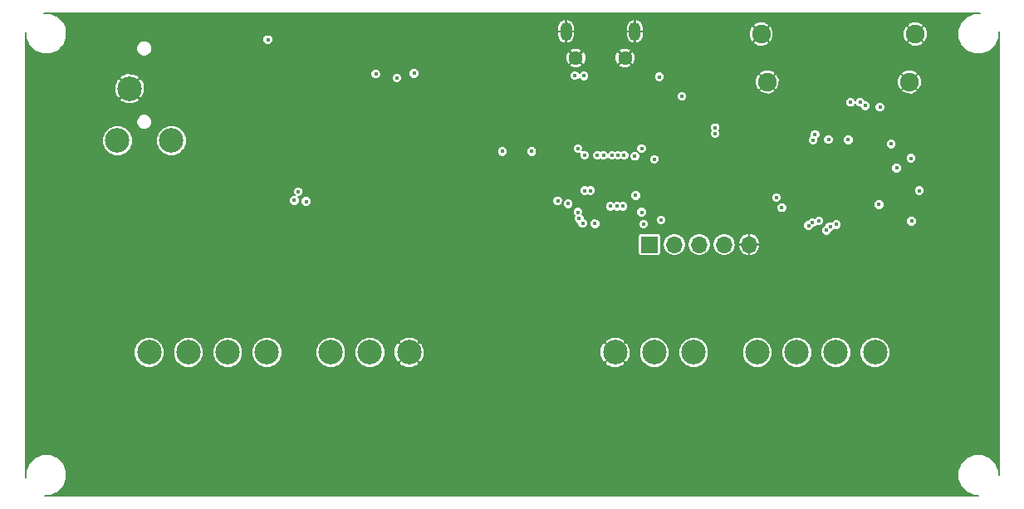
<source format=gbr>
G04 #@! TF.GenerationSoftware,KiCad,Pcbnew,5.0.2-bee76a0~70~ubuntu18.04.1*
G04 #@! TF.CreationDate,2020-11-03T11:03:39+00:00*
G04 #@! TF.ProjectId,picostation,7069636f-7374-4617-9469-6f6e2e6b6963,rev?*
G04 #@! TF.SameCoordinates,Original*
G04 #@! TF.FileFunction,Copper,L2,Inr*
G04 #@! TF.FilePolarity,Positive*
%FSLAX46Y46*%
G04 Gerber Fmt 4.6, Leading zero omitted, Abs format (unit mm)*
G04 Created by KiCad (PCBNEW 5.0.2-bee76a0~70~ubuntu18.04.1) date Tue 03 Nov 2020 11:03:39 GMT*
%MOMM*%
%LPD*%
G01*
G04 APERTURE LIST*
G04 #@! TA.AperFunction,ViaPad*
%ADD10C,1.450000*%
G04 #@! TD*
G04 #@! TA.AperFunction,ViaPad*
%ADD11O,1.200000X1.900000*%
G04 #@! TD*
G04 #@! TA.AperFunction,ViaPad*
%ADD12C,2.500000*%
G04 #@! TD*
G04 #@! TA.AperFunction,ViaPad*
%ADD13R,1.700000X1.700000*%
G04 #@! TD*
G04 #@! TA.AperFunction,ViaPad*
%ADD14O,1.700000X1.700000*%
G04 #@! TD*
G04 #@! TA.AperFunction,ViaPad*
%ADD15C,1.900000*%
G04 #@! TD*
G04 #@! TA.AperFunction,ViaPad*
%ADD16C,0.450000*%
G04 #@! TD*
G04 #@! TA.AperFunction,Conductor*
%ADD17C,0.200000*%
G04 #@! TD*
G04 APERTURE END LIST*
D10*
G04 #@! TO.N,GND*
G04 #@! TO.C,J1*
X226500000Y-79962500D03*
X221500000Y-79962500D03*
D11*
X227500000Y-77262500D03*
X220500000Y-77262500D03*
G04 #@! TD*
D12*
G04 #@! TO.N,GND*
G04 #@! TO.C,J2*
X176000000Y-83100000D03*
G04 #@! TO.N,/AUDIO_L*
X174750000Y-88400000D03*
G04 #@! TO.N,/AUDIO_R*
X180250000Y-88400000D03*
G04 #@! TD*
G04 #@! TO.N,+3V3*
G04 #@! TO.C,J4*
X178000000Y-110000000D03*
G04 #@! TO.N,/CTRL_CLK*
X182000000Y-110000000D03*
G04 #@! TO.N,/CTRL_LAT*
X186000000Y-110000000D03*
G04 #@! TO.N,/CTRL_DAT0*
X190000000Y-110000000D03*
G04 #@! TO.N,Net-(J4-Pad5)*
X196500000Y-110000000D03*
G04 #@! TO.N,Net-(J4-Pad6)*
X200500000Y-110000000D03*
G04 #@! TO.N,GND*
X204500000Y-110000000D03*
G04 #@! TD*
D13*
G04 #@! TO.N,/UART_TX*
G04 #@! TO.C,J5*
X229000000Y-99000000D03*
D14*
G04 #@! TO.N,/UART_RX*
X231540000Y-99000000D03*
G04 #@! TO.N,/SWCLK*
X234080000Y-99000000D03*
G04 #@! TO.N,/SWDIO*
X236620000Y-99000000D03*
G04 #@! TO.N,GND*
X239160000Y-99000000D03*
G04 #@! TD*
D12*
G04 #@! TO.N,+3V3*
G04 #@! TO.C,J6*
X252000000Y-110000000D03*
G04 #@! TO.N,/CTRL_CLK*
X248000000Y-110000000D03*
G04 #@! TO.N,/CTRL_LAT*
X244000000Y-110000000D03*
G04 #@! TO.N,/CTRL_DAT1*
X240000000Y-110000000D03*
G04 #@! TO.N,Net-(J6-Pad5)*
X233500000Y-110000000D03*
G04 #@! TO.N,Net-(J6-Pad6)*
X229500000Y-110000000D03*
G04 #@! TO.N,GND*
X225500000Y-110000000D03*
G04 #@! TD*
D15*
G04 #@! TO.N,GND*
G04 #@! TO.C,J7*
X240400000Y-77525000D03*
X256100000Y-77525000D03*
X241000000Y-82425000D03*
X255500000Y-82425000D03*
G04 #@! TD*
D16*
G04 #@! TO.N,+3V3*
X255719714Y-96619713D03*
X256500000Y-93500000D03*
X252403219Y-94925011D03*
X227500000Y-90000000D03*
X227600000Y-94000000D03*
X228200000Y-95700000D03*
X221700000Y-95700000D03*
X221700000Y-89200000D03*
X228200000Y-89200000D03*
X225200000Y-89900000D03*
X225000000Y-95100000D03*
X222400000Y-93500000D03*
X223000000Y-93500000D03*
X222400000Y-89900000D03*
X248050000Y-96950000D03*
X201100000Y-81600000D03*
X217000000Y-89500000D03*
X235700000Y-87075000D03*
X235700000Y-87700000D03*
X255650000Y-90200000D03*
X253650000Y-88750000D03*
X249275000Y-88325000D03*
X221400000Y-81775000D03*
X222325000Y-81800000D03*
X242500000Y-95250000D03*
X241950000Y-94200000D03*
G04 #@! TO.N,GND*
X257000000Y-96600000D03*
X252400000Y-93900000D03*
X255500000Y-93600000D03*
X254500000Y-93500000D03*
X254500000Y-92500000D03*
X255500000Y-92425000D03*
X251250000Y-91775000D03*
X256525000Y-94475000D03*
X256525000Y-92475000D03*
X257750000Y-96000000D03*
X253650000Y-94000000D03*
X223600000Y-92100000D03*
X223600000Y-92900000D03*
X226400000Y-92900000D03*
X226400000Y-92100000D03*
X225000000Y-92100000D03*
X225000000Y-92900000D03*
X244250000Y-94000000D03*
X248750000Y-94750000D03*
X244250000Y-91000000D03*
X246500000Y-94000000D03*
X248750000Y-94000000D03*
X246500000Y-91000000D03*
X248750000Y-91000000D03*
X202400002Y-81499998D03*
X244000000Y-84500000D03*
X245500000Y-84500000D03*
X247000000Y-84500000D03*
X248500000Y-84500000D03*
X244000000Y-81975000D03*
X245500000Y-81975000D03*
X247000000Y-81975000D03*
X248500000Y-81975000D03*
X251500000Y-81975000D03*
X251500000Y-84500000D03*
X234000000Y-85050000D03*
X233050000Y-85050000D03*
X234975000Y-85050000D03*
X233200000Y-82225000D03*
X233200000Y-82900000D03*
X233200000Y-87075000D03*
X233200000Y-87650000D03*
X218625000Y-82250000D03*
X217925000Y-82250000D03*
X217850000Y-85000000D03*
X222150000Y-85000000D03*
X217875000Y-86250000D03*
X222700000Y-81100000D03*
X222150000Y-83725000D03*
X224775000Y-84975000D03*
X216050000Y-83125000D03*
X215525000Y-85175000D03*
X215575000Y-87275000D03*
X214425000Y-88875000D03*
X206625000Y-86450000D03*
X202750000Y-83500000D03*
X202925000Y-78550000D03*
X204475000Y-77000000D03*
X198725000Y-78975000D03*
X200400000Y-83025000D03*
X209575000Y-92200000D03*
X220150000Y-95300000D03*
X219625000Y-97875000D03*
X225600000Y-100250000D03*
X225450000Y-97125000D03*
X229425000Y-96900000D03*
X231200000Y-96800000D03*
X248550000Y-97650000D03*
X245800000Y-98350000D03*
X242075000Y-90250000D03*
X229375000Y-89425000D03*
X226800000Y-87975000D03*
X226225000Y-85750000D03*
X225075000Y-82325000D03*
X242425000Y-112300000D03*
X250750000Y-107000000D03*
X180250000Y-107000000D03*
X189475000Y-99300000D03*
X186600000Y-108325000D03*
X189450000Y-108350000D03*
X185475000Y-102550000D03*
X187525000Y-112275000D03*
X183550000Y-110750000D03*
X185450000Y-108325000D03*
X182550000Y-105525000D03*
X251500000Y-107750000D03*
X179475000Y-107775000D03*
X250550000Y-87300000D03*
X250000000Y-88425000D03*
X243100000Y-85075000D03*
X243200000Y-89250000D03*
X242175000Y-86525000D03*
X205875000Y-79150000D03*
X177450000Y-97675000D03*
X178575000Y-97700000D03*
X177550000Y-93325000D03*
X179450000Y-93250000D03*
X176475000Y-93275000D03*
X175300000Y-95975000D03*
X178300000Y-96000000D03*
X178000000Y-91300000D03*
X204425000Y-82050000D03*
X221875000Y-82600000D03*
X192650000Y-78050000D03*
X197300000Y-89950000D03*
X204000000Y-89950000D03*
X224049952Y-96874987D03*
X221740000Y-88460000D03*
X216030000Y-88100000D03*
X217610000Y-89770000D03*
X218100000Y-97350000D03*
X227700000Y-98300000D03*
X230350000Y-98300000D03*
X232650000Y-98300000D03*
X235200000Y-98300000D03*
X264000000Y-80000000D03*
X260000000Y-76000000D03*
X166000000Y-80000000D03*
X170000000Y-76000000D03*
X170000000Y-124000000D03*
X166000000Y-120000000D03*
X264000000Y-120000000D03*
X260000000Y-124000000D03*
X234400000Y-77800000D03*
X249450000Y-85150000D03*
X236400000Y-89425000D03*
X244250000Y-90250000D03*
G04 #@! TO.N,+1V1*
X223700000Y-89900000D03*
X224300000Y-89900000D03*
X225800000Y-89900000D03*
X226400000Y-89900000D03*
X225700000Y-95100000D03*
X226300000Y-95100000D03*
X247250000Y-88300000D03*
X247050000Y-97550000D03*
X247418206Y-97168206D03*
X246275010Y-96589733D03*
G04 #@! TO.N,VBUS*
X230000000Y-81900000D03*
X232300000Y-83900000D03*
X252500000Y-85000000D03*
G04 #@! TO.N,/VCCPLL*
X245218206Y-97049979D03*
X245621598Y-96766137D03*
G04 #@! TO.N,/SD_DAT1*
X203250000Y-82000000D03*
X205000000Y-81550008D03*
G04 #@! TO.N,/CTRL_CLK*
X192800000Y-94500000D03*
G04 #@! TO.N,/CTRL_LAT*
X193200000Y-93599998D03*
G04 #@! TO.N,/CTRL_DAT0*
X194000002Y-94600000D03*
G04 #@! TO.N,/UART_TX*
X221835713Y-96349219D03*
G04 #@! TO.N,/UART_RX*
X222186804Y-96835788D03*
G04 #@! TO.N,/CTRL_DAT1*
X219650000Y-94550000D03*
G04 #@! TO.N,/DVI_SDA*
X251000000Y-84849996D03*
G04 #@! TO.N,/DVI_SCL*
X250476379Y-84481628D03*
G04 #@! TO.N,Net-(J7-Pad13)*
X249500000Y-84500000D03*
G04 #@! TO.N,/uC_LED*
X220704776Y-94836517D03*
X190100000Y-78100000D03*
G04 #@! TO.N,/uC_~RST~*
X214000000Y-89500000D03*
X228400000Y-96909990D03*
G04 #@! TO.N,/DVI_CEC*
X223445408Y-96874997D03*
G04 #@! TO.N,/HRAM_~CS~*
X254200000Y-91200000D03*
G04 #@! TO.N,/FPGA_~CRESET~*
X230181794Y-96481794D03*
G04 #@! TO.N,/FPGA_CDONE*
X245875920Y-87763390D03*
X229500000Y-90300000D03*
G04 #@! TO.N,/FPGA_~CRESET~*
X245696080Y-88349990D03*
G04 #@! TD*
D17*
G04 #@! TO.N,GND*
G36*
X262674303Y-75400000D02*
X262082284Y-75400000D01*
X261310446Y-75719706D01*
X260719706Y-76310446D01*
X260400000Y-77082284D01*
X260400000Y-77917716D01*
X260719706Y-78689554D01*
X261310446Y-79280294D01*
X262082284Y-79600000D01*
X262917716Y-79600000D01*
X263689554Y-79280294D01*
X264280294Y-78689554D01*
X264600000Y-77917716D01*
X264600000Y-77273279D01*
X264621179Y-77384303D01*
X264625000Y-77505891D01*
X264625001Y-122369120D01*
X264612567Y-122400525D01*
X264603154Y-122449867D01*
X264600000Y-122474834D01*
X264600000Y-122082284D01*
X264280294Y-121310446D01*
X263689554Y-120719706D01*
X262917716Y-120400000D01*
X262082284Y-120400000D01*
X261310446Y-120719706D01*
X260719706Y-121310446D01*
X260400000Y-122082284D01*
X260400000Y-122917716D01*
X260719706Y-123689554D01*
X261310446Y-124280294D01*
X262082284Y-124600000D01*
X262493705Y-124600000D01*
X262487436Y-124600197D01*
X262388404Y-124615883D01*
X262367336Y-124625000D01*
X167523592Y-124625000D01*
X167325697Y-124600000D01*
X167917716Y-124600000D01*
X168689554Y-124280294D01*
X169280294Y-123689554D01*
X169600000Y-122917716D01*
X169600000Y-122082284D01*
X169280294Y-121310446D01*
X168689554Y-120719706D01*
X167917716Y-120400000D01*
X167082284Y-120400000D01*
X166310446Y-120719706D01*
X165719706Y-121310446D01*
X165400000Y-122082284D01*
X165400000Y-122726721D01*
X165378821Y-122615697D01*
X165375000Y-122494108D01*
X165375000Y-109691686D01*
X176450000Y-109691686D01*
X176450000Y-110308314D01*
X176685974Y-110878004D01*
X177121996Y-111314026D01*
X177691686Y-111550000D01*
X178308314Y-111550000D01*
X178878004Y-111314026D01*
X179314026Y-110878004D01*
X179550000Y-110308314D01*
X179550000Y-109691686D01*
X180450000Y-109691686D01*
X180450000Y-110308314D01*
X180685974Y-110878004D01*
X181121996Y-111314026D01*
X181691686Y-111550000D01*
X182308314Y-111550000D01*
X182878004Y-111314026D01*
X183314026Y-110878004D01*
X183550000Y-110308314D01*
X183550000Y-109691686D01*
X184450000Y-109691686D01*
X184450000Y-110308314D01*
X184685974Y-110878004D01*
X185121996Y-111314026D01*
X185691686Y-111550000D01*
X186308314Y-111550000D01*
X186878004Y-111314026D01*
X187314026Y-110878004D01*
X187550000Y-110308314D01*
X187550000Y-109691686D01*
X188450000Y-109691686D01*
X188450000Y-110308314D01*
X188685974Y-110878004D01*
X189121996Y-111314026D01*
X189691686Y-111550000D01*
X190308314Y-111550000D01*
X190878004Y-111314026D01*
X191314026Y-110878004D01*
X191550000Y-110308314D01*
X191550000Y-109691686D01*
X194950000Y-109691686D01*
X194950000Y-110308314D01*
X195185974Y-110878004D01*
X195621996Y-111314026D01*
X196191686Y-111550000D01*
X196808314Y-111550000D01*
X197378004Y-111314026D01*
X197814026Y-110878004D01*
X198050000Y-110308314D01*
X198050000Y-109691686D01*
X198950000Y-109691686D01*
X198950000Y-110308314D01*
X199185974Y-110878004D01*
X199621996Y-111314026D01*
X200191686Y-111550000D01*
X200808314Y-111550000D01*
X201378004Y-111314026D01*
X201610045Y-111081985D01*
X203453370Y-111081985D01*
X203591426Y-111293078D01*
X204155426Y-111542345D01*
X204771885Y-111556804D01*
X205346952Y-111334253D01*
X205408574Y-111293078D01*
X205546630Y-111081985D01*
X224453370Y-111081985D01*
X224591426Y-111293078D01*
X225155426Y-111542345D01*
X225771885Y-111556804D01*
X226346952Y-111334253D01*
X226408574Y-111293078D01*
X226546630Y-111081985D01*
X225500000Y-110035355D01*
X224453370Y-111081985D01*
X205546630Y-111081985D01*
X204500000Y-110035355D01*
X203453370Y-111081985D01*
X201610045Y-111081985D01*
X201814026Y-110878004D01*
X202050000Y-110308314D01*
X202050000Y-110271885D01*
X202943196Y-110271885D01*
X203165747Y-110846952D01*
X203206922Y-110908574D01*
X203418015Y-111046630D01*
X204464645Y-110000000D01*
X204535355Y-110000000D01*
X205581985Y-111046630D01*
X205793078Y-110908574D01*
X206042345Y-110344574D01*
X206044049Y-110271885D01*
X223943196Y-110271885D01*
X224165747Y-110846952D01*
X224206922Y-110908574D01*
X224418015Y-111046630D01*
X225464645Y-110000000D01*
X225535355Y-110000000D01*
X226581985Y-111046630D01*
X226793078Y-110908574D01*
X227042345Y-110344574D01*
X227056804Y-109728115D01*
X227042706Y-109691686D01*
X227950000Y-109691686D01*
X227950000Y-110308314D01*
X228185974Y-110878004D01*
X228621996Y-111314026D01*
X229191686Y-111550000D01*
X229808314Y-111550000D01*
X230378004Y-111314026D01*
X230814026Y-110878004D01*
X231050000Y-110308314D01*
X231050000Y-109691686D01*
X231950000Y-109691686D01*
X231950000Y-110308314D01*
X232185974Y-110878004D01*
X232621996Y-111314026D01*
X233191686Y-111550000D01*
X233808314Y-111550000D01*
X234378004Y-111314026D01*
X234814026Y-110878004D01*
X235050000Y-110308314D01*
X235050000Y-109691686D01*
X238450000Y-109691686D01*
X238450000Y-110308314D01*
X238685974Y-110878004D01*
X239121996Y-111314026D01*
X239691686Y-111550000D01*
X240308314Y-111550000D01*
X240878004Y-111314026D01*
X241314026Y-110878004D01*
X241550000Y-110308314D01*
X241550000Y-109691686D01*
X242450000Y-109691686D01*
X242450000Y-110308314D01*
X242685974Y-110878004D01*
X243121996Y-111314026D01*
X243691686Y-111550000D01*
X244308314Y-111550000D01*
X244878004Y-111314026D01*
X245314026Y-110878004D01*
X245550000Y-110308314D01*
X245550000Y-109691686D01*
X246450000Y-109691686D01*
X246450000Y-110308314D01*
X246685974Y-110878004D01*
X247121996Y-111314026D01*
X247691686Y-111550000D01*
X248308314Y-111550000D01*
X248878004Y-111314026D01*
X249314026Y-110878004D01*
X249550000Y-110308314D01*
X249550000Y-109691686D01*
X250450000Y-109691686D01*
X250450000Y-110308314D01*
X250685974Y-110878004D01*
X251121996Y-111314026D01*
X251691686Y-111550000D01*
X252308314Y-111550000D01*
X252878004Y-111314026D01*
X253314026Y-110878004D01*
X253550000Y-110308314D01*
X253550000Y-109691686D01*
X253314026Y-109121996D01*
X252878004Y-108685974D01*
X252308314Y-108450000D01*
X251691686Y-108450000D01*
X251121996Y-108685974D01*
X250685974Y-109121996D01*
X250450000Y-109691686D01*
X249550000Y-109691686D01*
X249314026Y-109121996D01*
X248878004Y-108685974D01*
X248308314Y-108450000D01*
X247691686Y-108450000D01*
X247121996Y-108685974D01*
X246685974Y-109121996D01*
X246450000Y-109691686D01*
X245550000Y-109691686D01*
X245314026Y-109121996D01*
X244878004Y-108685974D01*
X244308314Y-108450000D01*
X243691686Y-108450000D01*
X243121996Y-108685974D01*
X242685974Y-109121996D01*
X242450000Y-109691686D01*
X241550000Y-109691686D01*
X241314026Y-109121996D01*
X240878004Y-108685974D01*
X240308314Y-108450000D01*
X239691686Y-108450000D01*
X239121996Y-108685974D01*
X238685974Y-109121996D01*
X238450000Y-109691686D01*
X235050000Y-109691686D01*
X234814026Y-109121996D01*
X234378004Y-108685974D01*
X233808314Y-108450000D01*
X233191686Y-108450000D01*
X232621996Y-108685974D01*
X232185974Y-109121996D01*
X231950000Y-109691686D01*
X231050000Y-109691686D01*
X230814026Y-109121996D01*
X230378004Y-108685974D01*
X229808314Y-108450000D01*
X229191686Y-108450000D01*
X228621996Y-108685974D01*
X228185974Y-109121996D01*
X227950000Y-109691686D01*
X227042706Y-109691686D01*
X226834253Y-109153048D01*
X226793078Y-109091426D01*
X226581985Y-108953370D01*
X225535355Y-110000000D01*
X225464645Y-110000000D01*
X224418015Y-108953370D01*
X224206922Y-109091426D01*
X223957655Y-109655426D01*
X223943196Y-110271885D01*
X206044049Y-110271885D01*
X206056804Y-109728115D01*
X205834253Y-109153048D01*
X205793078Y-109091426D01*
X205581985Y-108953370D01*
X204535355Y-110000000D01*
X204464645Y-110000000D01*
X203418015Y-108953370D01*
X203206922Y-109091426D01*
X202957655Y-109655426D01*
X202943196Y-110271885D01*
X202050000Y-110271885D01*
X202050000Y-109691686D01*
X201814026Y-109121996D01*
X201610045Y-108918015D01*
X203453370Y-108918015D01*
X204500000Y-109964645D01*
X205546630Y-108918015D01*
X224453370Y-108918015D01*
X225500000Y-109964645D01*
X226546630Y-108918015D01*
X226408574Y-108706922D01*
X225844574Y-108457655D01*
X225228115Y-108443196D01*
X224653048Y-108665747D01*
X224591426Y-108706922D01*
X224453370Y-108918015D01*
X205546630Y-108918015D01*
X205408574Y-108706922D01*
X204844574Y-108457655D01*
X204228115Y-108443196D01*
X203653048Y-108665747D01*
X203591426Y-108706922D01*
X203453370Y-108918015D01*
X201610045Y-108918015D01*
X201378004Y-108685974D01*
X200808314Y-108450000D01*
X200191686Y-108450000D01*
X199621996Y-108685974D01*
X199185974Y-109121996D01*
X198950000Y-109691686D01*
X198050000Y-109691686D01*
X197814026Y-109121996D01*
X197378004Y-108685974D01*
X196808314Y-108450000D01*
X196191686Y-108450000D01*
X195621996Y-108685974D01*
X195185974Y-109121996D01*
X194950000Y-109691686D01*
X191550000Y-109691686D01*
X191314026Y-109121996D01*
X190878004Y-108685974D01*
X190308314Y-108450000D01*
X189691686Y-108450000D01*
X189121996Y-108685974D01*
X188685974Y-109121996D01*
X188450000Y-109691686D01*
X187550000Y-109691686D01*
X187314026Y-109121996D01*
X186878004Y-108685974D01*
X186308314Y-108450000D01*
X185691686Y-108450000D01*
X185121996Y-108685974D01*
X184685974Y-109121996D01*
X184450000Y-109691686D01*
X183550000Y-109691686D01*
X183314026Y-109121996D01*
X182878004Y-108685974D01*
X182308314Y-108450000D01*
X181691686Y-108450000D01*
X181121996Y-108685974D01*
X180685974Y-109121996D01*
X180450000Y-109691686D01*
X179550000Y-109691686D01*
X179314026Y-109121996D01*
X178878004Y-108685974D01*
X178308314Y-108450000D01*
X177691686Y-108450000D01*
X177121996Y-108685974D01*
X176685974Y-109121996D01*
X176450000Y-109691686D01*
X165375000Y-109691686D01*
X165375000Y-98150000D01*
X227844123Y-98150000D01*
X227844123Y-99850000D01*
X227867407Y-99967054D01*
X227933712Y-100066288D01*
X228032946Y-100132593D01*
X228150000Y-100155877D01*
X229850000Y-100155877D01*
X229967054Y-100132593D01*
X230066288Y-100066288D01*
X230132593Y-99967054D01*
X230155877Y-99850000D01*
X230155877Y-99000000D01*
X230367471Y-99000000D01*
X230456724Y-99448707D01*
X230710897Y-99829103D01*
X231091293Y-100083276D01*
X231426739Y-100150000D01*
X231653261Y-100150000D01*
X231988707Y-100083276D01*
X232369103Y-99829103D01*
X232623276Y-99448707D01*
X232712529Y-99000000D01*
X232907471Y-99000000D01*
X232996724Y-99448707D01*
X233250897Y-99829103D01*
X233631293Y-100083276D01*
X233966739Y-100150000D01*
X234193261Y-100150000D01*
X234528707Y-100083276D01*
X234909103Y-99829103D01*
X235163276Y-99448707D01*
X235252529Y-99000000D01*
X235447471Y-99000000D01*
X235536724Y-99448707D01*
X235790897Y-99829103D01*
X236171293Y-100083276D01*
X236506739Y-100150000D01*
X236733261Y-100150000D01*
X237068707Y-100083276D01*
X237449103Y-99829103D01*
X237703276Y-99448707D01*
X237751841Y-99204550D01*
X238028335Y-99204550D01*
X238192756Y-99622049D01*
X238504431Y-99944847D01*
X238915911Y-100123800D01*
X238955451Y-100131662D01*
X239135000Y-100074709D01*
X239135000Y-99025000D01*
X239185000Y-99025000D01*
X239185000Y-100074709D01*
X239364549Y-100131662D01*
X239404089Y-100123800D01*
X239815569Y-99944847D01*
X240127244Y-99622049D01*
X240291665Y-99204550D01*
X240234731Y-99025000D01*
X239185000Y-99025000D01*
X239135000Y-99025000D01*
X238085269Y-99025000D01*
X238028335Y-99204550D01*
X237751841Y-99204550D01*
X237792529Y-99000000D01*
X237751842Y-98795450D01*
X238028335Y-98795450D01*
X238085269Y-98975000D01*
X239135000Y-98975000D01*
X239135000Y-97925291D01*
X239185000Y-97925291D01*
X239185000Y-98975000D01*
X240234731Y-98975000D01*
X240291665Y-98795450D01*
X240127244Y-98377951D01*
X239815569Y-98055153D01*
X239404089Y-97876200D01*
X239364549Y-97868338D01*
X239185000Y-97925291D01*
X239135000Y-97925291D01*
X238955451Y-97868338D01*
X238915911Y-97876200D01*
X238504431Y-98055153D01*
X238192756Y-98377951D01*
X238028335Y-98795450D01*
X237751842Y-98795450D01*
X237703276Y-98551293D01*
X237449103Y-98170897D01*
X237068707Y-97916724D01*
X236733261Y-97850000D01*
X236506739Y-97850000D01*
X236171293Y-97916724D01*
X235790897Y-98170897D01*
X235536724Y-98551293D01*
X235447471Y-99000000D01*
X235252529Y-99000000D01*
X235163276Y-98551293D01*
X234909103Y-98170897D01*
X234528707Y-97916724D01*
X234193261Y-97850000D01*
X233966739Y-97850000D01*
X233631293Y-97916724D01*
X233250897Y-98170897D01*
X232996724Y-98551293D01*
X232907471Y-99000000D01*
X232712529Y-99000000D01*
X232623276Y-98551293D01*
X232369103Y-98170897D01*
X231988707Y-97916724D01*
X231653261Y-97850000D01*
X231426739Y-97850000D01*
X231091293Y-97916724D01*
X230710897Y-98170897D01*
X230456724Y-98551293D01*
X230367471Y-99000000D01*
X230155877Y-99000000D01*
X230155877Y-98150000D01*
X230132593Y-98032946D01*
X230066288Y-97933712D01*
X229967054Y-97867407D01*
X229850000Y-97844123D01*
X228150000Y-97844123D01*
X228032946Y-97867407D01*
X227933712Y-97933712D01*
X227867407Y-98032946D01*
X227844123Y-98150000D01*
X165375000Y-98150000D01*
X165375000Y-95595571D01*
X221175000Y-95595571D01*
X221175000Y-95804429D01*
X221254927Y-95997388D01*
X221366836Y-96109297D01*
X221310713Y-96244790D01*
X221310713Y-96453648D01*
X221390640Y-96646607D01*
X221538325Y-96794292D01*
X221661804Y-96845439D01*
X221661804Y-96940217D01*
X221741731Y-97133176D01*
X221889416Y-97280861D01*
X222082375Y-97360788D01*
X222291233Y-97360788D01*
X222484192Y-97280861D01*
X222631877Y-97133176D01*
X222711804Y-96940217D01*
X222711804Y-96770568D01*
X222920408Y-96770568D01*
X222920408Y-96979426D01*
X223000335Y-97172385D01*
X223148020Y-97320070D01*
X223340979Y-97399997D01*
X223549837Y-97399997D01*
X223742796Y-97320070D01*
X223890481Y-97172385D01*
X223970408Y-96979426D01*
X223970408Y-96805561D01*
X227875000Y-96805561D01*
X227875000Y-97014419D01*
X227954927Y-97207378D01*
X228102612Y-97355063D01*
X228295571Y-97434990D01*
X228504429Y-97434990D01*
X228697388Y-97355063D01*
X228845073Y-97207378D01*
X228925000Y-97014419D01*
X228925000Y-96805561D01*
X228845073Y-96612602D01*
X228697388Y-96464917D01*
X228504429Y-96384990D01*
X228295571Y-96384990D01*
X228102612Y-96464917D01*
X227954927Y-96612602D01*
X227875000Y-96805561D01*
X223970408Y-96805561D01*
X223970408Y-96770568D01*
X223890481Y-96577609D01*
X223742796Y-96429924D01*
X223615909Y-96377365D01*
X229656794Y-96377365D01*
X229656794Y-96586223D01*
X229736721Y-96779182D01*
X229884406Y-96926867D01*
X230077365Y-97006794D01*
X230286223Y-97006794D01*
X230434077Y-96945550D01*
X244693206Y-96945550D01*
X244693206Y-97154408D01*
X244773133Y-97347367D01*
X244920818Y-97495052D01*
X245113777Y-97574979D01*
X245322635Y-97574979D01*
X245515594Y-97495052D01*
X245565075Y-97445571D01*
X246525000Y-97445571D01*
X246525000Y-97654429D01*
X246604927Y-97847388D01*
X246752612Y-97995073D01*
X246945571Y-98075000D01*
X247154429Y-98075000D01*
X247347388Y-97995073D01*
X247495073Y-97847388D01*
X247566457Y-97675054D01*
X247715594Y-97613279D01*
X247863279Y-97465594D01*
X247872005Y-97444528D01*
X247945571Y-97475000D01*
X248154429Y-97475000D01*
X248347388Y-97395073D01*
X248495073Y-97247388D01*
X248575000Y-97054429D01*
X248575000Y-96845571D01*
X248495073Y-96652612D01*
X248357745Y-96515284D01*
X255194714Y-96515284D01*
X255194714Y-96724142D01*
X255274641Y-96917101D01*
X255422326Y-97064786D01*
X255615285Y-97144713D01*
X255824143Y-97144713D01*
X256017102Y-97064786D01*
X256164787Y-96917101D01*
X256244714Y-96724142D01*
X256244714Y-96515284D01*
X256164787Y-96322325D01*
X256017102Y-96174640D01*
X255824143Y-96094713D01*
X255615285Y-96094713D01*
X255422326Y-96174640D01*
X255274641Y-96322325D01*
X255194714Y-96515284D01*
X248357745Y-96515284D01*
X248347388Y-96504927D01*
X248154429Y-96425000D01*
X247945571Y-96425000D01*
X247752612Y-96504927D01*
X247604927Y-96652612D01*
X247596201Y-96673678D01*
X247522635Y-96643206D01*
X247313777Y-96643206D01*
X247120818Y-96723133D01*
X246973133Y-96870818D01*
X246901749Y-97043152D01*
X246752612Y-97104927D01*
X246604927Y-97252612D01*
X246525000Y-97445571D01*
X245565075Y-97445571D01*
X245663279Y-97347367D01*
X245686570Y-97291137D01*
X245726027Y-97291137D01*
X245918986Y-97211210D01*
X246060896Y-97069300D01*
X246170581Y-97114733D01*
X246379439Y-97114733D01*
X246572398Y-97034806D01*
X246720083Y-96887121D01*
X246800010Y-96694162D01*
X246800010Y-96485304D01*
X246720083Y-96292345D01*
X246572398Y-96144660D01*
X246379439Y-96064733D01*
X246170581Y-96064733D01*
X245977622Y-96144660D01*
X245835712Y-96286570D01*
X245726027Y-96241137D01*
X245517169Y-96241137D01*
X245324210Y-96321064D01*
X245176525Y-96468749D01*
X245153234Y-96524979D01*
X245113777Y-96524979D01*
X244920818Y-96604906D01*
X244773133Y-96752591D01*
X244693206Y-96945550D01*
X230434077Y-96945550D01*
X230479182Y-96926867D01*
X230626867Y-96779182D01*
X230706794Y-96586223D01*
X230706794Y-96377365D01*
X230626867Y-96184406D01*
X230479182Y-96036721D01*
X230286223Y-95956794D01*
X230077365Y-95956794D01*
X229884406Y-96036721D01*
X229736721Y-96184406D01*
X229656794Y-96377365D01*
X223615909Y-96377365D01*
X223549837Y-96349997D01*
X223340979Y-96349997D01*
X223148020Y-96429924D01*
X223000335Y-96577609D01*
X222920408Y-96770568D01*
X222711804Y-96770568D01*
X222711804Y-96731359D01*
X222631877Y-96538400D01*
X222484192Y-96390715D01*
X222360713Y-96339568D01*
X222360713Y-96244790D01*
X222280786Y-96051831D01*
X222168877Y-95939922D01*
X222225000Y-95804429D01*
X222225000Y-95595571D01*
X222145073Y-95402612D01*
X221997388Y-95254927D01*
X221804429Y-95175000D01*
X221595571Y-95175000D01*
X221402612Y-95254927D01*
X221254927Y-95402612D01*
X221175000Y-95595571D01*
X165375000Y-95595571D01*
X165375000Y-94395571D01*
X192275000Y-94395571D01*
X192275000Y-94604429D01*
X192354927Y-94797388D01*
X192502612Y-94945073D01*
X192695571Y-95025000D01*
X192904429Y-95025000D01*
X193097388Y-94945073D01*
X193245073Y-94797388D01*
X193325000Y-94604429D01*
X193325000Y-94495571D01*
X193475002Y-94495571D01*
X193475002Y-94704429D01*
X193554929Y-94897388D01*
X193702614Y-95045073D01*
X193895573Y-95125000D01*
X194104431Y-95125000D01*
X194297390Y-95045073D01*
X194445075Y-94897388D01*
X194525002Y-94704429D01*
X194525002Y-94495571D01*
X194504292Y-94445571D01*
X219125000Y-94445571D01*
X219125000Y-94654429D01*
X219204927Y-94847388D01*
X219352612Y-94995073D01*
X219545571Y-95075000D01*
X219754429Y-95075000D01*
X219947388Y-94995073D01*
X220095073Y-94847388D01*
X220142832Y-94732088D01*
X220179776Y-94732088D01*
X220179776Y-94940946D01*
X220259703Y-95133905D01*
X220407388Y-95281590D01*
X220600347Y-95361517D01*
X220809205Y-95361517D01*
X221002164Y-95281590D01*
X221149849Y-95133905D01*
X221207149Y-94995571D01*
X224475000Y-94995571D01*
X224475000Y-95204429D01*
X224554927Y-95397388D01*
X224702612Y-95545073D01*
X224895571Y-95625000D01*
X225104429Y-95625000D01*
X225297388Y-95545073D01*
X225350000Y-95492461D01*
X225402612Y-95545073D01*
X225595571Y-95625000D01*
X225804429Y-95625000D01*
X225997388Y-95545073D01*
X226000000Y-95542461D01*
X226002612Y-95545073D01*
X226195571Y-95625000D01*
X226404429Y-95625000D01*
X226475476Y-95595571D01*
X227675000Y-95595571D01*
X227675000Y-95804429D01*
X227754927Y-95997388D01*
X227902612Y-96145073D01*
X228095571Y-96225000D01*
X228304429Y-96225000D01*
X228497388Y-96145073D01*
X228645073Y-95997388D01*
X228725000Y-95804429D01*
X228725000Y-95595571D01*
X228645073Y-95402612D01*
X228497388Y-95254927D01*
X228304429Y-95175000D01*
X228095571Y-95175000D01*
X227902612Y-95254927D01*
X227754927Y-95402612D01*
X227675000Y-95595571D01*
X226475476Y-95595571D01*
X226597388Y-95545073D01*
X226745073Y-95397388D01*
X226825000Y-95204429D01*
X226825000Y-95145571D01*
X241975000Y-95145571D01*
X241975000Y-95354429D01*
X242054927Y-95547388D01*
X242202612Y-95695073D01*
X242395571Y-95775000D01*
X242604429Y-95775000D01*
X242797388Y-95695073D01*
X242945073Y-95547388D01*
X243025000Y-95354429D01*
X243025000Y-95145571D01*
X242945073Y-94952612D01*
X242813043Y-94820582D01*
X251878219Y-94820582D01*
X251878219Y-95029440D01*
X251958146Y-95222399D01*
X252105831Y-95370084D01*
X252298790Y-95450011D01*
X252507648Y-95450011D01*
X252700607Y-95370084D01*
X252848292Y-95222399D01*
X252928219Y-95029440D01*
X252928219Y-94820582D01*
X252848292Y-94627623D01*
X252700607Y-94479938D01*
X252507648Y-94400011D01*
X252298790Y-94400011D01*
X252105831Y-94479938D01*
X251958146Y-94627623D01*
X251878219Y-94820582D01*
X242813043Y-94820582D01*
X242797388Y-94804927D01*
X242604429Y-94725000D01*
X242395571Y-94725000D01*
X242202612Y-94804927D01*
X242054927Y-94952612D01*
X241975000Y-95145571D01*
X226825000Y-95145571D01*
X226825000Y-94995571D01*
X226745073Y-94802612D01*
X226597388Y-94654927D01*
X226404429Y-94575000D01*
X226195571Y-94575000D01*
X226002612Y-94654927D01*
X226000000Y-94657539D01*
X225997388Y-94654927D01*
X225804429Y-94575000D01*
X225595571Y-94575000D01*
X225402612Y-94654927D01*
X225350000Y-94707539D01*
X225297388Y-94654927D01*
X225104429Y-94575000D01*
X224895571Y-94575000D01*
X224702612Y-94654927D01*
X224554927Y-94802612D01*
X224475000Y-94995571D01*
X221207149Y-94995571D01*
X221229776Y-94940946D01*
X221229776Y-94732088D01*
X221149849Y-94539129D01*
X221002164Y-94391444D01*
X220809205Y-94311517D01*
X220600347Y-94311517D01*
X220407388Y-94391444D01*
X220259703Y-94539129D01*
X220179776Y-94732088D01*
X220142832Y-94732088D01*
X220175000Y-94654429D01*
X220175000Y-94445571D01*
X220095073Y-94252612D01*
X219947388Y-94104927D01*
X219754429Y-94025000D01*
X219545571Y-94025000D01*
X219352612Y-94104927D01*
X219204927Y-94252612D01*
X219125000Y-94445571D01*
X194504292Y-94445571D01*
X194445075Y-94302612D01*
X194297390Y-94154927D01*
X194104431Y-94075000D01*
X193895573Y-94075000D01*
X193702614Y-94154927D01*
X193554929Y-94302612D01*
X193475002Y-94495571D01*
X193325000Y-94495571D01*
X193325000Y-94395571D01*
X193245073Y-94202612D01*
X193167459Y-94124998D01*
X193304429Y-94124998D01*
X193497388Y-94045071D01*
X193645073Y-93897386D01*
X193725000Y-93704427D01*
X193725000Y-93495569D01*
X193683580Y-93395571D01*
X221875000Y-93395571D01*
X221875000Y-93604429D01*
X221954927Y-93797388D01*
X222102612Y-93945073D01*
X222295571Y-94025000D01*
X222504429Y-94025000D01*
X222697388Y-93945073D01*
X222700000Y-93942461D01*
X222702612Y-93945073D01*
X222895571Y-94025000D01*
X223104429Y-94025000D01*
X223297388Y-93945073D01*
X223346890Y-93895571D01*
X227075000Y-93895571D01*
X227075000Y-94104429D01*
X227154927Y-94297388D01*
X227302612Y-94445073D01*
X227495571Y-94525000D01*
X227704429Y-94525000D01*
X227897388Y-94445073D01*
X228045073Y-94297388D01*
X228125000Y-94104429D01*
X228125000Y-94095571D01*
X241425000Y-94095571D01*
X241425000Y-94304429D01*
X241504927Y-94497388D01*
X241652612Y-94645073D01*
X241845571Y-94725000D01*
X242054429Y-94725000D01*
X242247388Y-94645073D01*
X242395073Y-94497388D01*
X242475000Y-94304429D01*
X242475000Y-94095571D01*
X242395073Y-93902612D01*
X242247388Y-93754927D01*
X242054429Y-93675000D01*
X241845571Y-93675000D01*
X241652612Y-93754927D01*
X241504927Y-93902612D01*
X241425000Y-94095571D01*
X228125000Y-94095571D01*
X228125000Y-93895571D01*
X228045073Y-93702612D01*
X227897388Y-93554927D01*
X227704429Y-93475000D01*
X227495571Y-93475000D01*
X227302612Y-93554927D01*
X227154927Y-93702612D01*
X227075000Y-93895571D01*
X223346890Y-93895571D01*
X223445073Y-93797388D01*
X223525000Y-93604429D01*
X223525000Y-93395571D01*
X255975000Y-93395571D01*
X255975000Y-93604429D01*
X256054927Y-93797388D01*
X256202612Y-93945073D01*
X256395571Y-94025000D01*
X256604429Y-94025000D01*
X256797388Y-93945073D01*
X256945073Y-93797388D01*
X257025000Y-93604429D01*
X257025000Y-93395571D01*
X256945073Y-93202612D01*
X256797388Y-93054927D01*
X256604429Y-92975000D01*
X256395571Y-92975000D01*
X256202612Y-93054927D01*
X256054927Y-93202612D01*
X255975000Y-93395571D01*
X223525000Y-93395571D01*
X223445073Y-93202612D01*
X223297388Y-93054927D01*
X223104429Y-92975000D01*
X222895571Y-92975000D01*
X222702612Y-93054927D01*
X222700000Y-93057539D01*
X222697388Y-93054927D01*
X222504429Y-92975000D01*
X222295571Y-92975000D01*
X222102612Y-93054927D01*
X221954927Y-93202612D01*
X221875000Y-93395571D01*
X193683580Y-93395571D01*
X193645073Y-93302610D01*
X193497388Y-93154925D01*
X193304429Y-93074998D01*
X193095571Y-93074998D01*
X192902612Y-93154925D01*
X192754927Y-93302610D01*
X192675000Y-93495569D01*
X192675000Y-93704427D01*
X192754927Y-93897386D01*
X192832541Y-93975000D01*
X192695571Y-93975000D01*
X192502612Y-94054927D01*
X192354927Y-94202612D01*
X192275000Y-94395571D01*
X165375000Y-94395571D01*
X165375000Y-91095571D01*
X253675000Y-91095571D01*
X253675000Y-91304429D01*
X253754927Y-91497388D01*
X253902612Y-91645073D01*
X254095571Y-91725000D01*
X254304429Y-91725000D01*
X254497388Y-91645073D01*
X254645073Y-91497388D01*
X254725000Y-91304429D01*
X254725000Y-91095571D01*
X254645073Y-90902612D01*
X254497388Y-90754927D01*
X254304429Y-90675000D01*
X254095571Y-90675000D01*
X253902612Y-90754927D01*
X253754927Y-90902612D01*
X253675000Y-91095571D01*
X165375000Y-91095571D01*
X165375000Y-88091686D01*
X173200000Y-88091686D01*
X173200000Y-88708314D01*
X173435974Y-89278004D01*
X173871996Y-89714026D01*
X174441686Y-89950000D01*
X175058314Y-89950000D01*
X175628004Y-89714026D01*
X176064026Y-89278004D01*
X176300000Y-88708314D01*
X176300000Y-88091686D01*
X178700000Y-88091686D01*
X178700000Y-88708314D01*
X178935974Y-89278004D01*
X179371996Y-89714026D01*
X179941686Y-89950000D01*
X180558314Y-89950000D01*
X181128004Y-89714026D01*
X181446459Y-89395571D01*
X213475000Y-89395571D01*
X213475000Y-89604429D01*
X213554927Y-89797388D01*
X213702612Y-89945073D01*
X213895571Y-90025000D01*
X214104429Y-90025000D01*
X214297388Y-89945073D01*
X214445073Y-89797388D01*
X214525000Y-89604429D01*
X214525000Y-89395571D01*
X216475000Y-89395571D01*
X216475000Y-89604429D01*
X216554927Y-89797388D01*
X216702612Y-89945073D01*
X216895571Y-90025000D01*
X217104429Y-90025000D01*
X217297388Y-89945073D01*
X217445073Y-89797388D01*
X217525000Y-89604429D01*
X217525000Y-89395571D01*
X217445073Y-89202612D01*
X217338032Y-89095571D01*
X221175000Y-89095571D01*
X221175000Y-89304429D01*
X221254927Y-89497388D01*
X221402612Y-89645073D01*
X221595571Y-89725000D01*
X221804429Y-89725000D01*
X221924902Y-89675098D01*
X221875000Y-89795571D01*
X221875000Y-90004429D01*
X221954927Y-90197388D01*
X222102612Y-90345073D01*
X222295571Y-90425000D01*
X222504429Y-90425000D01*
X222697388Y-90345073D01*
X222845073Y-90197388D01*
X222925000Y-90004429D01*
X222925000Y-89795571D01*
X223175000Y-89795571D01*
X223175000Y-90004429D01*
X223254927Y-90197388D01*
X223402612Y-90345073D01*
X223595571Y-90425000D01*
X223804429Y-90425000D01*
X223997388Y-90345073D01*
X224000000Y-90342461D01*
X224002612Y-90345073D01*
X224195571Y-90425000D01*
X224404429Y-90425000D01*
X224597388Y-90345073D01*
X224745073Y-90197388D01*
X224750000Y-90185493D01*
X224754927Y-90197388D01*
X224902612Y-90345073D01*
X225095571Y-90425000D01*
X225304429Y-90425000D01*
X225497388Y-90345073D01*
X225500000Y-90342461D01*
X225502612Y-90345073D01*
X225695571Y-90425000D01*
X225904429Y-90425000D01*
X226097388Y-90345073D01*
X226100000Y-90342461D01*
X226102612Y-90345073D01*
X226295571Y-90425000D01*
X226504429Y-90425000D01*
X226697388Y-90345073D01*
X226845073Y-90197388D01*
X226925000Y-90004429D01*
X226925000Y-89895571D01*
X226975000Y-89895571D01*
X226975000Y-90104429D01*
X227054927Y-90297388D01*
X227202612Y-90445073D01*
X227395571Y-90525000D01*
X227604429Y-90525000D01*
X227797388Y-90445073D01*
X227945073Y-90297388D01*
X227987247Y-90195571D01*
X228975000Y-90195571D01*
X228975000Y-90404429D01*
X229054927Y-90597388D01*
X229202612Y-90745073D01*
X229395571Y-90825000D01*
X229604429Y-90825000D01*
X229797388Y-90745073D01*
X229945073Y-90597388D01*
X230025000Y-90404429D01*
X230025000Y-90195571D01*
X229983579Y-90095571D01*
X255125000Y-90095571D01*
X255125000Y-90304429D01*
X255204927Y-90497388D01*
X255352612Y-90645073D01*
X255545571Y-90725000D01*
X255754429Y-90725000D01*
X255947388Y-90645073D01*
X256095073Y-90497388D01*
X256175000Y-90304429D01*
X256175000Y-90095571D01*
X256095073Y-89902612D01*
X255947388Y-89754927D01*
X255754429Y-89675000D01*
X255545571Y-89675000D01*
X255352612Y-89754927D01*
X255204927Y-89902612D01*
X255125000Y-90095571D01*
X229983579Y-90095571D01*
X229945073Y-90002612D01*
X229797388Y-89854927D01*
X229604429Y-89775000D01*
X229395571Y-89775000D01*
X229202612Y-89854927D01*
X229054927Y-90002612D01*
X228975000Y-90195571D01*
X227987247Y-90195571D01*
X228025000Y-90104429D01*
X228025000Y-89895571D01*
X227945073Y-89702612D01*
X227797388Y-89554927D01*
X227604429Y-89475000D01*
X227395571Y-89475000D01*
X227202612Y-89554927D01*
X227054927Y-89702612D01*
X226975000Y-89895571D01*
X226925000Y-89895571D01*
X226925000Y-89795571D01*
X226845073Y-89602612D01*
X226697388Y-89454927D01*
X226504429Y-89375000D01*
X226295571Y-89375000D01*
X226102612Y-89454927D01*
X226100000Y-89457539D01*
X226097388Y-89454927D01*
X225904429Y-89375000D01*
X225695571Y-89375000D01*
X225502612Y-89454927D01*
X225500000Y-89457539D01*
X225497388Y-89454927D01*
X225304429Y-89375000D01*
X225095571Y-89375000D01*
X224902612Y-89454927D01*
X224754927Y-89602612D01*
X224750000Y-89614507D01*
X224745073Y-89602612D01*
X224597388Y-89454927D01*
X224404429Y-89375000D01*
X224195571Y-89375000D01*
X224002612Y-89454927D01*
X224000000Y-89457539D01*
X223997388Y-89454927D01*
X223804429Y-89375000D01*
X223595571Y-89375000D01*
X223402612Y-89454927D01*
X223254927Y-89602612D01*
X223175000Y-89795571D01*
X222925000Y-89795571D01*
X222845073Y-89602612D01*
X222697388Y-89454927D01*
X222504429Y-89375000D01*
X222295571Y-89375000D01*
X222175098Y-89424902D01*
X222225000Y-89304429D01*
X222225000Y-89095571D01*
X227675000Y-89095571D01*
X227675000Y-89304429D01*
X227754927Y-89497388D01*
X227902612Y-89645073D01*
X228095571Y-89725000D01*
X228304429Y-89725000D01*
X228497388Y-89645073D01*
X228645073Y-89497388D01*
X228725000Y-89304429D01*
X228725000Y-89095571D01*
X228645073Y-88902612D01*
X228497388Y-88754927D01*
X228304429Y-88675000D01*
X228095571Y-88675000D01*
X227902612Y-88754927D01*
X227754927Y-88902612D01*
X227675000Y-89095571D01*
X222225000Y-89095571D01*
X222145073Y-88902612D01*
X221997388Y-88754927D01*
X221804429Y-88675000D01*
X221595571Y-88675000D01*
X221402612Y-88754927D01*
X221254927Y-88902612D01*
X221175000Y-89095571D01*
X217338032Y-89095571D01*
X217297388Y-89054927D01*
X217104429Y-88975000D01*
X216895571Y-88975000D01*
X216702612Y-89054927D01*
X216554927Y-89202612D01*
X216475000Y-89395571D01*
X214525000Y-89395571D01*
X214445073Y-89202612D01*
X214297388Y-89054927D01*
X214104429Y-88975000D01*
X213895571Y-88975000D01*
X213702612Y-89054927D01*
X213554927Y-89202612D01*
X213475000Y-89395571D01*
X181446459Y-89395571D01*
X181564026Y-89278004D01*
X181800000Y-88708314D01*
X181800000Y-88245561D01*
X245171080Y-88245561D01*
X245171080Y-88454419D01*
X245251007Y-88647378D01*
X245398692Y-88795063D01*
X245591651Y-88874990D01*
X245800509Y-88874990D01*
X245993468Y-88795063D01*
X246141153Y-88647378D01*
X246221080Y-88454419D01*
X246221080Y-88245561D01*
X246200374Y-88195571D01*
X246725000Y-88195571D01*
X246725000Y-88404429D01*
X246804927Y-88597388D01*
X246952612Y-88745073D01*
X247145571Y-88825000D01*
X247354429Y-88825000D01*
X247547388Y-88745073D01*
X247695073Y-88597388D01*
X247775000Y-88404429D01*
X247775000Y-88220571D01*
X248750000Y-88220571D01*
X248750000Y-88429429D01*
X248829927Y-88622388D01*
X248977612Y-88770073D01*
X249170571Y-88850000D01*
X249379429Y-88850000D01*
X249572388Y-88770073D01*
X249696890Y-88645571D01*
X253125000Y-88645571D01*
X253125000Y-88854429D01*
X253204927Y-89047388D01*
X253352612Y-89195073D01*
X253545571Y-89275000D01*
X253754429Y-89275000D01*
X253947388Y-89195073D01*
X254095073Y-89047388D01*
X254175000Y-88854429D01*
X254175000Y-88645571D01*
X254095073Y-88452612D01*
X253947388Y-88304927D01*
X253754429Y-88225000D01*
X253545571Y-88225000D01*
X253352612Y-88304927D01*
X253204927Y-88452612D01*
X253125000Y-88645571D01*
X249696890Y-88645571D01*
X249720073Y-88622388D01*
X249800000Y-88429429D01*
X249800000Y-88220571D01*
X249720073Y-88027612D01*
X249572388Y-87879927D01*
X249379429Y-87800000D01*
X249170571Y-87800000D01*
X248977612Y-87879927D01*
X248829927Y-88027612D01*
X248750000Y-88220571D01*
X247775000Y-88220571D01*
X247775000Y-88195571D01*
X247695073Y-88002612D01*
X247547388Y-87854927D01*
X247354429Y-87775000D01*
X247145571Y-87775000D01*
X246952612Y-87854927D01*
X246804927Y-88002612D01*
X246725000Y-88195571D01*
X246200374Y-88195571D01*
X246196222Y-88185549D01*
X246320993Y-88060778D01*
X246400920Y-87867819D01*
X246400920Y-87658961D01*
X246320993Y-87466002D01*
X246173308Y-87318317D01*
X245980349Y-87238390D01*
X245771491Y-87238390D01*
X245578532Y-87318317D01*
X245430847Y-87466002D01*
X245350920Y-87658961D01*
X245350920Y-87867819D01*
X245375778Y-87927831D01*
X245251007Y-88052602D01*
X245171080Y-88245561D01*
X181800000Y-88245561D01*
X181800000Y-88091686D01*
X181564026Y-87521996D01*
X181128004Y-87085974D01*
X180849398Y-86970571D01*
X235175000Y-86970571D01*
X235175000Y-87179429D01*
X235254927Y-87372388D01*
X235270039Y-87387500D01*
X235254927Y-87402612D01*
X235175000Y-87595571D01*
X235175000Y-87804429D01*
X235254927Y-87997388D01*
X235402612Y-88145073D01*
X235595571Y-88225000D01*
X235804429Y-88225000D01*
X235997388Y-88145073D01*
X236145073Y-87997388D01*
X236225000Y-87804429D01*
X236225000Y-87595571D01*
X236145073Y-87402612D01*
X236129961Y-87387500D01*
X236145073Y-87372388D01*
X236225000Y-87179429D01*
X236225000Y-86970571D01*
X236145073Y-86777612D01*
X235997388Y-86629927D01*
X235804429Y-86550000D01*
X235595571Y-86550000D01*
X235402612Y-86629927D01*
X235254927Y-86777612D01*
X235175000Y-86970571D01*
X180849398Y-86970571D01*
X180558314Y-86850000D01*
X179941686Y-86850000D01*
X179371996Y-87085974D01*
X178935974Y-87521996D01*
X178700000Y-88091686D01*
X176300000Y-88091686D01*
X176064026Y-87521996D01*
X175628004Y-87085974D01*
X175058314Y-86850000D01*
X174441686Y-86850000D01*
X173871996Y-87085974D01*
X173435974Y-87521996D01*
X173200000Y-88091686D01*
X165375000Y-88091686D01*
X165375000Y-86340870D01*
X176700000Y-86340870D01*
X176700000Y-86659130D01*
X176821793Y-86953164D01*
X177046836Y-87178207D01*
X177340870Y-87300000D01*
X177659130Y-87300000D01*
X177953164Y-87178207D01*
X178178207Y-86953164D01*
X178300000Y-86659130D01*
X178300000Y-86340870D01*
X178178207Y-86046836D01*
X177953164Y-85821793D01*
X177659130Y-85700000D01*
X177340870Y-85700000D01*
X177046836Y-85821793D01*
X176821793Y-86046836D01*
X176700000Y-86340870D01*
X165375000Y-86340870D01*
X165375000Y-84181985D01*
X174953370Y-84181985D01*
X175091426Y-84393078D01*
X175655426Y-84642345D01*
X176271885Y-84656804D01*
X176846952Y-84434253D01*
X176908574Y-84393078D01*
X177046630Y-84181985D01*
X176000000Y-83135355D01*
X174953370Y-84181985D01*
X165375000Y-84181985D01*
X165375000Y-83371885D01*
X174443196Y-83371885D01*
X174665747Y-83946952D01*
X174706922Y-84008574D01*
X174918015Y-84146630D01*
X175964645Y-83100000D01*
X176035355Y-83100000D01*
X177081985Y-84146630D01*
X177293078Y-84008574D01*
X177387217Y-83795571D01*
X231775000Y-83795571D01*
X231775000Y-84004429D01*
X231854927Y-84197388D01*
X232002612Y-84345073D01*
X232195571Y-84425000D01*
X232404429Y-84425000D01*
X232475476Y-84395571D01*
X248975000Y-84395571D01*
X248975000Y-84604429D01*
X249054927Y-84797388D01*
X249202612Y-84945073D01*
X249395571Y-85025000D01*
X249604429Y-85025000D01*
X249797388Y-84945073D01*
X249945073Y-84797388D01*
X249991995Y-84684111D01*
X250031306Y-84779016D01*
X250178991Y-84926701D01*
X250371950Y-85006628D01*
X250496623Y-85006628D01*
X250554927Y-85147384D01*
X250702612Y-85295069D01*
X250895571Y-85374996D01*
X251104429Y-85374996D01*
X251297388Y-85295069D01*
X251445073Y-85147384D01*
X251525000Y-84954425D01*
X251525000Y-84895571D01*
X251975000Y-84895571D01*
X251975000Y-85104429D01*
X252054927Y-85297388D01*
X252202612Y-85445073D01*
X252395571Y-85525000D01*
X252604429Y-85525000D01*
X252797388Y-85445073D01*
X252945073Y-85297388D01*
X253025000Y-85104429D01*
X253025000Y-84895571D01*
X252945073Y-84702612D01*
X252797388Y-84554927D01*
X252604429Y-84475000D01*
X252395571Y-84475000D01*
X252202612Y-84554927D01*
X252054927Y-84702612D01*
X251975000Y-84895571D01*
X251525000Y-84895571D01*
X251525000Y-84745567D01*
X251445073Y-84552608D01*
X251297388Y-84404923D01*
X251104429Y-84324996D01*
X250979756Y-84324996D01*
X250921452Y-84184240D01*
X250773767Y-84036555D01*
X250580808Y-83956628D01*
X250371950Y-83956628D01*
X250178991Y-84036555D01*
X250031306Y-84184240D01*
X249984384Y-84297517D01*
X249945073Y-84202612D01*
X249797388Y-84054927D01*
X249604429Y-83975000D01*
X249395571Y-83975000D01*
X249202612Y-84054927D01*
X249054927Y-84202612D01*
X248975000Y-84395571D01*
X232475476Y-84395571D01*
X232597388Y-84345073D01*
X232745073Y-84197388D01*
X232825000Y-84004429D01*
X232825000Y-83795571D01*
X232745073Y-83602612D01*
X232597388Y-83454927D01*
X232404429Y-83375000D01*
X232195571Y-83375000D01*
X232002612Y-83454927D01*
X231854927Y-83602612D01*
X231775000Y-83795571D01*
X177387217Y-83795571D01*
X177542345Y-83444574D01*
X177545955Y-83290660D01*
X240169695Y-83290660D01*
X240271244Y-83470580D01*
X240726843Y-83669873D01*
X241224028Y-83679645D01*
X241687107Y-83498409D01*
X241728756Y-83470580D01*
X241830305Y-83290660D01*
X254669695Y-83290660D01*
X254771244Y-83470580D01*
X255226843Y-83669873D01*
X255724028Y-83679645D01*
X256187107Y-83498409D01*
X256228756Y-83470580D01*
X256330305Y-83290660D01*
X255500000Y-82460355D01*
X254669695Y-83290660D01*
X241830305Y-83290660D01*
X241000000Y-82460355D01*
X240169695Y-83290660D01*
X177545955Y-83290660D01*
X177556804Y-82828115D01*
X177487498Y-82649028D01*
X239745355Y-82649028D01*
X239926591Y-83112107D01*
X239954420Y-83153756D01*
X240134340Y-83255305D01*
X240964645Y-82425000D01*
X241035355Y-82425000D01*
X241865660Y-83255305D01*
X242045580Y-83153756D01*
X242244873Y-82698157D01*
X242245838Y-82649028D01*
X254245355Y-82649028D01*
X254426591Y-83112107D01*
X254454420Y-83153756D01*
X254634340Y-83255305D01*
X255464645Y-82425000D01*
X255535355Y-82425000D01*
X256365660Y-83255305D01*
X256545580Y-83153756D01*
X256744873Y-82698157D01*
X256754645Y-82200972D01*
X256573409Y-81737893D01*
X256545580Y-81696244D01*
X256365660Y-81594695D01*
X255535355Y-82425000D01*
X255464645Y-82425000D01*
X254634340Y-81594695D01*
X254454420Y-81696244D01*
X254255127Y-82151843D01*
X254245355Y-82649028D01*
X242245838Y-82649028D01*
X242254645Y-82200972D01*
X242073409Y-81737893D01*
X242045580Y-81696244D01*
X241865660Y-81594695D01*
X241035355Y-82425000D01*
X240964645Y-82425000D01*
X240134340Y-81594695D01*
X239954420Y-81696244D01*
X239755127Y-82151843D01*
X239745355Y-82649028D01*
X177487498Y-82649028D01*
X177334253Y-82253048D01*
X177293078Y-82191426D01*
X177081985Y-82053370D01*
X176035355Y-83100000D01*
X175964645Y-83100000D01*
X174918015Y-82053370D01*
X174706922Y-82191426D01*
X174457655Y-82755426D01*
X174443196Y-83371885D01*
X165375000Y-83371885D01*
X165375000Y-82018015D01*
X174953370Y-82018015D01*
X176000000Y-83064645D01*
X177046630Y-82018015D01*
X176908574Y-81806922D01*
X176344574Y-81557655D01*
X175728115Y-81543196D01*
X175153048Y-81765747D01*
X175091426Y-81806922D01*
X174953370Y-82018015D01*
X165375000Y-82018015D01*
X165375000Y-81495571D01*
X200575000Y-81495571D01*
X200575000Y-81704429D01*
X200654927Y-81897388D01*
X200802612Y-82045073D01*
X200995571Y-82125000D01*
X201204429Y-82125000D01*
X201397388Y-82045073D01*
X201545073Y-81897388D01*
X201545825Y-81895571D01*
X202725000Y-81895571D01*
X202725000Y-82104429D01*
X202804927Y-82297388D01*
X202952612Y-82445073D01*
X203145571Y-82525000D01*
X203354429Y-82525000D01*
X203547388Y-82445073D01*
X203695073Y-82297388D01*
X203775000Y-82104429D01*
X203775000Y-81895571D01*
X203695073Y-81702612D01*
X203547388Y-81554927D01*
X203354429Y-81475000D01*
X203145571Y-81475000D01*
X202952612Y-81554927D01*
X202804927Y-81702612D01*
X202725000Y-81895571D01*
X201545825Y-81895571D01*
X201625000Y-81704429D01*
X201625000Y-81495571D01*
X201604293Y-81445579D01*
X204475000Y-81445579D01*
X204475000Y-81654437D01*
X204554927Y-81847396D01*
X204702612Y-81995081D01*
X204895571Y-82075008D01*
X205104429Y-82075008D01*
X205297388Y-81995081D01*
X205445073Y-81847396D01*
X205518317Y-81670571D01*
X220875000Y-81670571D01*
X220875000Y-81879429D01*
X220954927Y-82072388D01*
X221102612Y-82220073D01*
X221295571Y-82300000D01*
X221504429Y-82300000D01*
X221697388Y-82220073D01*
X221845073Y-82072388D01*
X221857322Y-82042816D01*
X221879927Y-82097388D01*
X222027612Y-82245073D01*
X222220571Y-82325000D01*
X222429429Y-82325000D01*
X222622388Y-82245073D01*
X222770073Y-82097388D01*
X222850000Y-81904429D01*
X222850000Y-81795571D01*
X229475000Y-81795571D01*
X229475000Y-82004429D01*
X229554927Y-82197388D01*
X229702612Y-82345073D01*
X229895571Y-82425000D01*
X230104429Y-82425000D01*
X230297388Y-82345073D01*
X230445073Y-82197388D01*
X230525000Y-82004429D01*
X230525000Y-81795571D01*
X230445073Y-81602612D01*
X230401801Y-81559340D01*
X240169695Y-81559340D01*
X241000000Y-82389645D01*
X241830305Y-81559340D01*
X254669695Y-81559340D01*
X255500000Y-82389645D01*
X256330305Y-81559340D01*
X256228756Y-81379420D01*
X255773157Y-81180127D01*
X255275972Y-81170355D01*
X254812893Y-81351591D01*
X254771244Y-81379420D01*
X254669695Y-81559340D01*
X241830305Y-81559340D01*
X241728756Y-81379420D01*
X241273157Y-81180127D01*
X240775972Y-81170355D01*
X240312893Y-81351591D01*
X240271244Y-81379420D01*
X240169695Y-81559340D01*
X230401801Y-81559340D01*
X230297388Y-81454927D01*
X230104429Y-81375000D01*
X229895571Y-81375000D01*
X229702612Y-81454927D01*
X229554927Y-81602612D01*
X229475000Y-81795571D01*
X222850000Y-81795571D01*
X222850000Y-81695571D01*
X222770073Y-81502612D01*
X222622388Y-81354927D01*
X222429429Y-81275000D01*
X222220571Y-81275000D01*
X222027612Y-81354927D01*
X221879927Y-81502612D01*
X221867678Y-81532184D01*
X221845073Y-81477612D01*
X221697388Y-81329927D01*
X221504429Y-81250000D01*
X221295571Y-81250000D01*
X221102612Y-81329927D01*
X220954927Y-81477612D01*
X220875000Y-81670571D01*
X205518317Y-81670571D01*
X205525000Y-81654437D01*
X205525000Y-81445579D01*
X205445073Y-81252620D01*
X205297388Y-81104935D01*
X205104429Y-81025008D01*
X204895571Y-81025008D01*
X204702612Y-81104935D01*
X204554927Y-81252620D01*
X204475000Y-81445579D01*
X201604293Y-81445579D01*
X201545073Y-81302612D01*
X201397388Y-81154927D01*
X201204429Y-81075000D01*
X200995571Y-81075000D01*
X200802612Y-81154927D01*
X200654927Y-81302612D01*
X200575000Y-81495571D01*
X165375000Y-81495571D01*
X165375000Y-80665901D01*
X220831955Y-80665901D01*
X220906118Y-80822441D01*
X221280409Y-80984251D01*
X221688132Y-80990508D01*
X222067213Y-80840261D01*
X222093882Y-80822441D01*
X222168045Y-80665901D01*
X225831955Y-80665901D01*
X225906118Y-80822441D01*
X226280409Y-80984251D01*
X226688132Y-80990508D01*
X227067213Y-80840261D01*
X227093882Y-80822441D01*
X227168045Y-80665901D01*
X226500000Y-79997855D01*
X225831955Y-80665901D01*
X222168045Y-80665901D01*
X221500000Y-79997855D01*
X220831955Y-80665901D01*
X165375000Y-80665901D01*
X165375000Y-80150632D01*
X220471992Y-80150632D01*
X220622239Y-80529713D01*
X220640059Y-80556382D01*
X220796599Y-80630545D01*
X221464645Y-79962500D01*
X221535355Y-79962500D01*
X222203401Y-80630545D01*
X222359941Y-80556382D01*
X222521751Y-80182091D01*
X222522233Y-80150632D01*
X225471992Y-80150632D01*
X225622239Y-80529713D01*
X225640059Y-80556382D01*
X225796599Y-80630545D01*
X226464645Y-79962500D01*
X226535355Y-79962500D01*
X227203401Y-80630545D01*
X227359941Y-80556382D01*
X227521751Y-80182091D01*
X227528008Y-79774368D01*
X227377761Y-79395287D01*
X227359941Y-79368618D01*
X227203401Y-79294455D01*
X226535355Y-79962500D01*
X226464645Y-79962500D01*
X225796599Y-79294455D01*
X225640059Y-79368618D01*
X225478249Y-79742909D01*
X225471992Y-80150632D01*
X222522233Y-80150632D01*
X222528008Y-79774368D01*
X222377761Y-79395287D01*
X222359941Y-79368618D01*
X222203401Y-79294455D01*
X221535355Y-79962500D01*
X221464645Y-79962500D01*
X220796599Y-79294455D01*
X220640059Y-79368618D01*
X220478249Y-79742909D01*
X220471992Y-80150632D01*
X165375000Y-80150632D01*
X165375000Y-77523593D01*
X165400000Y-77325697D01*
X165400000Y-77917716D01*
X165719706Y-78689554D01*
X166310446Y-79280294D01*
X167082284Y-79600000D01*
X167917716Y-79600000D01*
X168689554Y-79280294D01*
X169128978Y-78840870D01*
X176700000Y-78840870D01*
X176700000Y-79159130D01*
X176821793Y-79453164D01*
X177046836Y-79678207D01*
X177340870Y-79800000D01*
X177659130Y-79800000D01*
X177953164Y-79678207D01*
X178178207Y-79453164D01*
X178258591Y-79259099D01*
X220831955Y-79259099D01*
X221500000Y-79927145D01*
X222168045Y-79259099D01*
X225831955Y-79259099D01*
X226500000Y-79927145D01*
X227168045Y-79259099D01*
X227093882Y-79102559D01*
X226719591Y-78940749D01*
X226311868Y-78934492D01*
X225932787Y-79084739D01*
X225906118Y-79102559D01*
X225831955Y-79259099D01*
X222168045Y-79259099D01*
X222093882Y-79102559D01*
X221719591Y-78940749D01*
X221311868Y-78934492D01*
X220932787Y-79084739D01*
X220906118Y-79102559D01*
X220831955Y-79259099D01*
X178258591Y-79259099D01*
X178300000Y-79159130D01*
X178300000Y-78840870D01*
X178178207Y-78546836D01*
X177953164Y-78321793D01*
X177659130Y-78200000D01*
X177340870Y-78200000D01*
X177046836Y-78321793D01*
X176821793Y-78546836D01*
X176700000Y-78840870D01*
X169128978Y-78840870D01*
X169280294Y-78689554D01*
X169567751Y-77995571D01*
X189575000Y-77995571D01*
X189575000Y-78204429D01*
X189654927Y-78397388D01*
X189802612Y-78545073D01*
X189995571Y-78625000D01*
X190204429Y-78625000D01*
X190397388Y-78545073D01*
X190545073Y-78397388D01*
X190625000Y-78204429D01*
X190625000Y-77995571D01*
X190545073Y-77802612D01*
X190397388Y-77654927D01*
X190204429Y-77575000D01*
X189995571Y-77575000D01*
X189802612Y-77654927D01*
X189654927Y-77802612D01*
X189575000Y-77995571D01*
X169567751Y-77995571D01*
X169600000Y-77917716D01*
X169600000Y-77287500D01*
X219600000Y-77287500D01*
X219600000Y-77637500D01*
X219678076Y-77980012D01*
X219881282Y-78266574D01*
X220178682Y-78453559D01*
X220334571Y-78497166D01*
X220475000Y-78437121D01*
X220475000Y-77287500D01*
X220525000Y-77287500D01*
X220525000Y-78437121D01*
X220665429Y-78497166D01*
X220821318Y-78453559D01*
X221118718Y-78266574D01*
X221321924Y-77980012D01*
X221400000Y-77637500D01*
X221400000Y-77287500D01*
X226600000Y-77287500D01*
X226600000Y-77637500D01*
X226678076Y-77980012D01*
X226881282Y-78266574D01*
X227178682Y-78453559D01*
X227334571Y-78497166D01*
X227475000Y-78437121D01*
X227475000Y-77287500D01*
X227525000Y-77287500D01*
X227525000Y-78437121D01*
X227665429Y-78497166D01*
X227821318Y-78453559D01*
X227921358Y-78390660D01*
X239569695Y-78390660D01*
X239671244Y-78570580D01*
X240126843Y-78769873D01*
X240624028Y-78779645D01*
X241087107Y-78598409D01*
X241128756Y-78570580D01*
X241230305Y-78390660D01*
X255269695Y-78390660D01*
X255371244Y-78570580D01*
X255826843Y-78769873D01*
X256324028Y-78779645D01*
X256787107Y-78598409D01*
X256828756Y-78570580D01*
X256930305Y-78390660D01*
X256100000Y-77560355D01*
X255269695Y-78390660D01*
X241230305Y-78390660D01*
X240400000Y-77560355D01*
X239569695Y-78390660D01*
X227921358Y-78390660D01*
X228118718Y-78266574D01*
X228321924Y-77980012D01*
X228374577Y-77749028D01*
X239145355Y-77749028D01*
X239326591Y-78212107D01*
X239354420Y-78253756D01*
X239534340Y-78355305D01*
X240364645Y-77525000D01*
X240435355Y-77525000D01*
X241265660Y-78355305D01*
X241445580Y-78253756D01*
X241644873Y-77798157D01*
X241645838Y-77749028D01*
X254845355Y-77749028D01*
X255026591Y-78212107D01*
X255054420Y-78253756D01*
X255234340Y-78355305D01*
X256064645Y-77525000D01*
X256135355Y-77525000D01*
X256965660Y-78355305D01*
X257145580Y-78253756D01*
X257344873Y-77798157D01*
X257354645Y-77300972D01*
X257173409Y-76837893D01*
X257145580Y-76796244D01*
X256965660Y-76694695D01*
X256135355Y-77525000D01*
X256064645Y-77525000D01*
X255234340Y-76694695D01*
X255054420Y-76796244D01*
X254855127Y-77251843D01*
X254845355Y-77749028D01*
X241645838Y-77749028D01*
X241654645Y-77300972D01*
X241473409Y-76837893D01*
X241445580Y-76796244D01*
X241265660Y-76694695D01*
X240435355Y-77525000D01*
X240364645Y-77525000D01*
X239534340Y-76694695D01*
X239354420Y-76796244D01*
X239155127Y-77251843D01*
X239145355Y-77749028D01*
X228374577Y-77749028D01*
X228400000Y-77637500D01*
X228400000Y-77287500D01*
X227525000Y-77287500D01*
X227475000Y-77287500D01*
X226600000Y-77287500D01*
X221400000Y-77287500D01*
X220525000Y-77287500D01*
X220475000Y-77287500D01*
X219600000Y-77287500D01*
X169600000Y-77287500D01*
X169600000Y-77082284D01*
X169519318Y-76887500D01*
X219600000Y-76887500D01*
X219600000Y-77237500D01*
X220475000Y-77237500D01*
X220475000Y-76087879D01*
X220525000Y-76087879D01*
X220525000Y-77237500D01*
X221400000Y-77237500D01*
X221400000Y-76887500D01*
X226600000Y-76887500D01*
X226600000Y-77237500D01*
X227475000Y-77237500D01*
X227475000Y-76087879D01*
X227525000Y-76087879D01*
X227525000Y-77237500D01*
X228400000Y-77237500D01*
X228400000Y-76887500D01*
X228347991Y-76659340D01*
X239569695Y-76659340D01*
X240400000Y-77489645D01*
X241230305Y-76659340D01*
X255269695Y-76659340D01*
X256100000Y-77489645D01*
X256930305Y-76659340D01*
X256828756Y-76479420D01*
X256373157Y-76280127D01*
X255875972Y-76270355D01*
X255412893Y-76451591D01*
X255371244Y-76479420D01*
X255269695Y-76659340D01*
X241230305Y-76659340D01*
X241128756Y-76479420D01*
X240673157Y-76280127D01*
X240175972Y-76270355D01*
X239712893Y-76451591D01*
X239671244Y-76479420D01*
X239569695Y-76659340D01*
X228347991Y-76659340D01*
X228321924Y-76544988D01*
X228118718Y-76258426D01*
X227821318Y-76071441D01*
X227665429Y-76027834D01*
X227525000Y-76087879D01*
X227475000Y-76087879D01*
X227334571Y-76027834D01*
X227178682Y-76071441D01*
X226881282Y-76258426D01*
X226678076Y-76544988D01*
X226600000Y-76887500D01*
X221400000Y-76887500D01*
X221321924Y-76544988D01*
X221118718Y-76258426D01*
X220821318Y-76071441D01*
X220665429Y-76027834D01*
X220525000Y-76087879D01*
X220475000Y-76087879D01*
X220334571Y-76027834D01*
X220178682Y-76071441D01*
X219881282Y-76258426D01*
X219678076Y-76544988D01*
X219600000Y-76887500D01*
X169519318Y-76887500D01*
X169280294Y-76310446D01*
X168689554Y-75719706D01*
X167917716Y-75400000D01*
X167273279Y-75400000D01*
X167384303Y-75378821D01*
X167505891Y-75375000D01*
X262476407Y-75375000D01*
X262674303Y-75400000D01*
X262674303Y-75400000D01*
G37*
X262674303Y-75400000D02*
X262082284Y-75400000D01*
X261310446Y-75719706D01*
X260719706Y-76310446D01*
X260400000Y-77082284D01*
X260400000Y-77917716D01*
X260719706Y-78689554D01*
X261310446Y-79280294D01*
X262082284Y-79600000D01*
X262917716Y-79600000D01*
X263689554Y-79280294D01*
X264280294Y-78689554D01*
X264600000Y-77917716D01*
X264600000Y-77273279D01*
X264621179Y-77384303D01*
X264625000Y-77505891D01*
X264625001Y-122369120D01*
X264612567Y-122400525D01*
X264603154Y-122449867D01*
X264600000Y-122474834D01*
X264600000Y-122082284D01*
X264280294Y-121310446D01*
X263689554Y-120719706D01*
X262917716Y-120400000D01*
X262082284Y-120400000D01*
X261310446Y-120719706D01*
X260719706Y-121310446D01*
X260400000Y-122082284D01*
X260400000Y-122917716D01*
X260719706Y-123689554D01*
X261310446Y-124280294D01*
X262082284Y-124600000D01*
X262493705Y-124600000D01*
X262487436Y-124600197D01*
X262388404Y-124615883D01*
X262367336Y-124625000D01*
X167523592Y-124625000D01*
X167325697Y-124600000D01*
X167917716Y-124600000D01*
X168689554Y-124280294D01*
X169280294Y-123689554D01*
X169600000Y-122917716D01*
X169600000Y-122082284D01*
X169280294Y-121310446D01*
X168689554Y-120719706D01*
X167917716Y-120400000D01*
X167082284Y-120400000D01*
X166310446Y-120719706D01*
X165719706Y-121310446D01*
X165400000Y-122082284D01*
X165400000Y-122726721D01*
X165378821Y-122615697D01*
X165375000Y-122494108D01*
X165375000Y-109691686D01*
X176450000Y-109691686D01*
X176450000Y-110308314D01*
X176685974Y-110878004D01*
X177121996Y-111314026D01*
X177691686Y-111550000D01*
X178308314Y-111550000D01*
X178878004Y-111314026D01*
X179314026Y-110878004D01*
X179550000Y-110308314D01*
X179550000Y-109691686D01*
X180450000Y-109691686D01*
X180450000Y-110308314D01*
X180685974Y-110878004D01*
X181121996Y-111314026D01*
X181691686Y-111550000D01*
X182308314Y-111550000D01*
X182878004Y-111314026D01*
X183314026Y-110878004D01*
X183550000Y-110308314D01*
X183550000Y-109691686D01*
X184450000Y-109691686D01*
X184450000Y-110308314D01*
X184685974Y-110878004D01*
X185121996Y-111314026D01*
X185691686Y-111550000D01*
X186308314Y-111550000D01*
X186878004Y-111314026D01*
X187314026Y-110878004D01*
X187550000Y-110308314D01*
X187550000Y-109691686D01*
X188450000Y-109691686D01*
X188450000Y-110308314D01*
X188685974Y-110878004D01*
X189121996Y-111314026D01*
X189691686Y-111550000D01*
X190308314Y-111550000D01*
X190878004Y-111314026D01*
X191314026Y-110878004D01*
X191550000Y-110308314D01*
X191550000Y-109691686D01*
X194950000Y-109691686D01*
X194950000Y-110308314D01*
X195185974Y-110878004D01*
X195621996Y-111314026D01*
X196191686Y-111550000D01*
X196808314Y-111550000D01*
X197378004Y-111314026D01*
X197814026Y-110878004D01*
X198050000Y-110308314D01*
X198050000Y-109691686D01*
X198950000Y-109691686D01*
X198950000Y-110308314D01*
X199185974Y-110878004D01*
X199621996Y-111314026D01*
X200191686Y-111550000D01*
X200808314Y-111550000D01*
X201378004Y-111314026D01*
X201610045Y-111081985D01*
X203453370Y-111081985D01*
X203591426Y-111293078D01*
X204155426Y-111542345D01*
X204771885Y-111556804D01*
X205346952Y-111334253D01*
X205408574Y-111293078D01*
X205546630Y-111081985D01*
X224453370Y-111081985D01*
X224591426Y-111293078D01*
X225155426Y-111542345D01*
X225771885Y-111556804D01*
X226346952Y-111334253D01*
X226408574Y-111293078D01*
X226546630Y-111081985D01*
X225500000Y-110035355D01*
X224453370Y-111081985D01*
X205546630Y-111081985D01*
X204500000Y-110035355D01*
X203453370Y-111081985D01*
X201610045Y-111081985D01*
X201814026Y-110878004D01*
X202050000Y-110308314D01*
X202050000Y-110271885D01*
X202943196Y-110271885D01*
X203165747Y-110846952D01*
X203206922Y-110908574D01*
X203418015Y-111046630D01*
X204464645Y-110000000D01*
X204535355Y-110000000D01*
X205581985Y-111046630D01*
X205793078Y-110908574D01*
X206042345Y-110344574D01*
X206044049Y-110271885D01*
X223943196Y-110271885D01*
X224165747Y-110846952D01*
X224206922Y-110908574D01*
X224418015Y-111046630D01*
X225464645Y-110000000D01*
X225535355Y-110000000D01*
X226581985Y-111046630D01*
X226793078Y-110908574D01*
X227042345Y-110344574D01*
X227056804Y-109728115D01*
X227042706Y-109691686D01*
X227950000Y-109691686D01*
X227950000Y-110308314D01*
X228185974Y-110878004D01*
X228621996Y-111314026D01*
X229191686Y-111550000D01*
X229808314Y-111550000D01*
X230378004Y-111314026D01*
X230814026Y-110878004D01*
X231050000Y-110308314D01*
X231050000Y-109691686D01*
X231950000Y-109691686D01*
X231950000Y-110308314D01*
X232185974Y-110878004D01*
X232621996Y-111314026D01*
X233191686Y-111550000D01*
X233808314Y-111550000D01*
X234378004Y-111314026D01*
X234814026Y-110878004D01*
X235050000Y-110308314D01*
X235050000Y-109691686D01*
X238450000Y-109691686D01*
X238450000Y-110308314D01*
X238685974Y-110878004D01*
X239121996Y-111314026D01*
X239691686Y-111550000D01*
X240308314Y-111550000D01*
X240878004Y-111314026D01*
X241314026Y-110878004D01*
X241550000Y-110308314D01*
X241550000Y-109691686D01*
X242450000Y-109691686D01*
X242450000Y-110308314D01*
X242685974Y-110878004D01*
X243121996Y-111314026D01*
X243691686Y-111550000D01*
X244308314Y-111550000D01*
X244878004Y-111314026D01*
X245314026Y-110878004D01*
X245550000Y-110308314D01*
X245550000Y-109691686D01*
X246450000Y-109691686D01*
X246450000Y-110308314D01*
X246685974Y-110878004D01*
X247121996Y-111314026D01*
X247691686Y-111550000D01*
X248308314Y-111550000D01*
X248878004Y-111314026D01*
X249314026Y-110878004D01*
X249550000Y-110308314D01*
X249550000Y-109691686D01*
X250450000Y-109691686D01*
X250450000Y-110308314D01*
X250685974Y-110878004D01*
X251121996Y-111314026D01*
X251691686Y-111550000D01*
X252308314Y-111550000D01*
X252878004Y-111314026D01*
X253314026Y-110878004D01*
X253550000Y-110308314D01*
X253550000Y-109691686D01*
X253314026Y-109121996D01*
X252878004Y-108685974D01*
X252308314Y-108450000D01*
X251691686Y-108450000D01*
X251121996Y-108685974D01*
X250685974Y-109121996D01*
X250450000Y-109691686D01*
X249550000Y-109691686D01*
X249314026Y-109121996D01*
X248878004Y-108685974D01*
X248308314Y-108450000D01*
X247691686Y-108450000D01*
X247121996Y-108685974D01*
X246685974Y-109121996D01*
X246450000Y-109691686D01*
X245550000Y-109691686D01*
X245314026Y-109121996D01*
X244878004Y-108685974D01*
X244308314Y-108450000D01*
X243691686Y-108450000D01*
X243121996Y-108685974D01*
X242685974Y-109121996D01*
X242450000Y-109691686D01*
X241550000Y-109691686D01*
X241314026Y-109121996D01*
X240878004Y-108685974D01*
X240308314Y-108450000D01*
X239691686Y-108450000D01*
X239121996Y-108685974D01*
X238685974Y-109121996D01*
X238450000Y-109691686D01*
X235050000Y-109691686D01*
X234814026Y-109121996D01*
X234378004Y-108685974D01*
X233808314Y-108450000D01*
X233191686Y-108450000D01*
X232621996Y-108685974D01*
X232185974Y-109121996D01*
X231950000Y-109691686D01*
X231050000Y-109691686D01*
X230814026Y-109121996D01*
X230378004Y-108685974D01*
X229808314Y-108450000D01*
X229191686Y-108450000D01*
X228621996Y-108685974D01*
X228185974Y-109121996D01*
X227950000Y-109691686D01*
X227042706Y-109691686D01*
X226834253Y-109153048D01*
X226793078Y-109091426D01*
X226581985Y-108953370D01*
X225535355Y-110000000D01*
X225464645Y-110000000D01*
X224418015Y-108953370D01*
X224206922Y-109091426D01*
X223957655Y-109655426D01*
X223943196Y-110271885D01*
X206044049Y-110271885D01*
X206056804Y-109728115D01*
X205834253Y-109153048D01*
X205793078Y-109091426D01*
X205581985Y-108953370D01*
X204535355Y-110000000D01*
X204464645Y-110000000D01*
X203418015Y-108953370D01*
X203206922Y-109091426D01*
X202957655Y-109655426D01*
X202943196Y-110271885D01*
X202050000Y-110271885D01*
X202050000Y-109691686D01*
X201814026Y-109121996D01*
X201610045Y-108918015D01*
X203453370Y-108918015D01*
X204500000Y-109964645D01*
X205546630Y-108918015D01*
X224453370Y-108918015D01*
X225500000Y-109964645D01*
X226546630Y-108918015D01*
X226408574Y-108706922D01*
X225844574Y-108457655D01*
X225228115Y-108443196D01*
X224653048Y-108665747D01*
X224591426Y-108706922D01*
X224453370Y-108918015D01*
X205546630Y-108918015D01*
X205408574Y-108706922D01*
X204844574Y-108457655D01*
X204228115Y-108443196D01*
X203653048Y-108665747D01*
X203591426Y-108706922D01*
X203453370Y-108918015D01*
X201610045Y-108918015D01*
X201378004Y-108685974D01*
X200808314Y-108450000D01*
X200191686Y-108450000D01*
X199621996Y-108685974D01*
X199185974Y-109121996D01*
X198950000Y-109691686D01*
X198050000Y-109691686D01*
X197814026Y-109121996D01*
X197378004Y-108685974D01*
X196808314Y-108450000D01*
X196191686Y-108450000D01*
X195621996Y-108685974D01*
X195185974Y-109121996D01*
X194950000Y-109691686D01*
X191550000Y-109691686D01*
X191314026Y-109121996D01*
X190878004Y-108685974D01*
X190308314Y-108450000D01*
X189691686Y-108450000D01*
X189121996Y-108685974D01*
X188685974Y-109121996D01*
X188450000Y-109691686D01*
X187550000Y-109691686D01*
X187314026Y-109121996D01*
X186878004Y-108685974D01*
X186308314Y-108450000D01*
X185691686Y-108450000D01*
X185121996Y-108685974D01*
X184685974Y-109121996D01*
X184450000Y-109691686D01*
X183550000Y-109691686D01*
X183314026Y-109121996D01*
X182878004Y-108685974D01*
X182308314Y-108450000D01*
X181691686Y-108450000D01*
X181121996Y-108685974D01*
X180685974Y-109121996D01*
X180450000Y-109691686D01*
X179550000Y-109691686D01*
X179314026Y-109121996D01*
X178878004Y-108685974D01*
X178308314Y-108450000D01*
X177691686Y-108450000D01*
X177121996Y-108685974D01*
X176685974Y-109121996D01*
X176450000Y-109691686D01*
X165375000Y-109691686D01*
X165375000Y-98150000D01*
X227844123Y-98150000D01*
X227844123Y-99850000D01*
X227867407Y-99967054D01*
X227933712Y-100066288D01*
X228032946Y-100132593D01*
X228150000Y-100155877D01*
X229850000Y-100155877D01*
X229967054Y-100132593D01*
X230066288Y-100066288D01*
X230132593Y-99967054D01*
X230155877Y-99850000D01*
X230155877Y-99000000D01*
X230367471Y-99000000D01*
X230456724Y-99448707D01*
X230710897Y-99829103D01*
X231091293Y-100083276D01*
X231426739Y-100150000D01*
X231653261Y-100150000D01*
X231988707Y-100083276D01*
X232369103Y-99829103D01*
X232623276Y-99448707D01*
X232712529Y-99000000D01*
X232907471Y-99000000D01*
X232996724Y-99448707D01*
X233250897Y-99829103D01*
X233631293Y-100083276D01*
X233966739Y-100150000D01*
X234193261Y-100150000D01*
X234528707Y-100083276D01*
X234909103Y-99829103D01*
X235163276Y-99448707D01*
X235252529Y-99000000D01*
X235447471Y-99000000D01*
X235536724Y-99448707D01*
X235790897Y-99829103D01*
X236171293Y-100083276D01*
X236506739Y-100150000D01*
X236733261Y-100150000D01*
X237068707Y-100083276D01*
X237449103Y-99829103D01*
X237703276Y-99448707D01*
X237751841Y-99204550D01*
X238028335Y-99204550D01*
X238192756Y-99622049D01*
X238504431Y-99944847D01*
X238915911Y-100123800D01*
X238955451Y-100131662D01*
X239135000Y-100074709D01*
X239135000Y-99025000D01*
X239185000Y-99025000D01*
X239185000Y-100074709D01*
X239364549Y-100131662D01*
X239404089Y-100123800D01*
X239815569Y-99944847D01*
X240127244Y-99622049D01*
X240291665Y-99204550D01*
X240234731Y-99025000D01*
X239185000Y-99025000D01*
X239135000Y-99025000D01*
X238085269Y-99025000D01*
X238028335Y-99204550D01*
X237751841Y-99204550D01*
X237792529Y-99000000D01*
X237751842Y-98795450D01*
X238028335Y-98795450D01*
X238085269Y-98975000D01*
X239135000Y-98975000D01*
X239135000Y-97925291D01*
X239185000Y-97925291D01*
X239185000Y-98975000D01*
X240234731Y-98975000D01*
X240291665Y-98795450D01*
X240127244Y-98377951D01*
X239815569Y-98055153D01*
X239404089Y-97876200D01*
X239364549Y-97868338D01*
X239185000Y-97925291D01*
X239135000Y-97925291D01*
X238955451Y-97868338D01*
X238915911Y-97876200D01*
X238504431Y-98055153D01*
X238192756Y-98377951D01*
X238028335Y-98795450D01*
X237751842Y-98795450D01*
X237703276Y-98551293D01*
X237449103Y-98170897D01*
X237068707Y-97916724D01*
X236733261Y-97850000D01*
X236506739Y-97850000D01*
X236171293Y-97916724D01*
X235790897Y-98170897D01*
X235536724Y-98551293D01*
X235447471Y-99000000D01*
X235252529Y-99000000D01*
X235163276Y-98551293D01*
X234909103Y-98170897D01*
X234528707Y-97916724D01*
X234193261Y-97850000D01*
X233966739Y-97850000D01*
X233631293Y-97916724D01*
X233250897Y-98170897D01*
X232996724Y-98551293D01*
X232907471Y-99000000D01*
X232712529Y-99000000D01*
X232623276Y-98551293D01*
X232369103Y-98170897D01*
X231988707Y-97916724D01*
X231653261Y-97850000D01*
X231426739Y-97850000D01*
X231091293Y-97916724D01*
X230710897Y-98170897D01*
X230456724Y-98551293D01*
X230367471Y-99000000D01*
X230155877Y-99000000D01*
X230155877Y-98150000D01*
X230132593Y-98032946D01*
X230066288Y-97933712D01*
X229967054Y-97867407D01*
X229850000Y-97844123D01*
X228150000Y-97844123D01*
X228032946Y-97867407D01*
X227933712Y-97933712D01*
X227867407Y-98032946D01*
X227844123Y-98150000D01*
X165375000Y-98150000D01*
X165375000Y-95595571D01*
X221175000Y-95595571D01*
X221175000Y-95804429D01*
X221254927Y-95997388D01*
X221366836Y-96109297D01*
X221310713Y-96244790D01*
X221310713Y-96453648D01*
X221390640Y-96646607D01*
X221538325Y-96794292D01*
X221661804Y-96845439D01*
X221661804Y-96940217D01*
X221741731Y-97133176D01*
X221889416Y-97280861D01*
X222082375Y-97360788D01*
X222291233Y-97360788D01*
X222484192Y-97280861D01*
X222631877Y-97133176D01*
X222711804Y-96940217D01*
X222711804Y-96770568D01*
X222920408Y-96770568D01*
X222920408Y-96979426D01*
X223000335Y-97172385D01*
X223148020Y-97320070D01*
X223340979Y-97399997D01*
X223549837Y-97399997D01*
X223742796Y-97320070D01*
X223890481Y-97172385D01*
X223970408Y-96979426D01*
X223970408Y-96805561D01*
X227875000Y-96805561D01*
X227875000Y-97014419D01*
X227954927Y-97207378D01*
X228102612Y-97355063D01*
X228295571Y-97434990D01*
X228504429Y-97434990D01*
X228697388Y-97355063D01*
X228845073Y-97207378D01*
X228925000Y-97014419D01*
X228925000Y-96805561D01*
X228845073Y-96612602D01*
X228697388Y-96464917D01*
X228504429Y-96384990D01*
X228295571Y-96384990D01*
X228102612Y-96464917D01*
X227954927Y-96612602D01*
X227875000Y-96805561D01*
X223970408Y-96805561D01*
X223970408Y-96770568D01*
X223890481Y-96577609D01*
X223742796Y-96429924D01*
X223615909Y-96377365D01*
X229656794Y-96377365D01*
X229656794Y-96586223D01*
X229736721Y-96779182D01*
X229884406Y-96926867D01*
X230077365Y-97006794D01*
X230286223Y-97006794D01*
X230434077Y-96945550D01*
X244693206Y-96945550D01*
X244693206Y-97154408D01*
X244773133Y-97347367D01*
X244920818Y-97495052D01*
X245113777Y-97574979D01*
X245322635Y-97574979D01*
X245515594Y-97495052D01*
X245565075Y-97445571D01*
X246525000Y-97445571D01*
X246525000Y-97654429D01*
X246604927Y-97847388D01*
X246752612Y-97995073D01*
X246945571Y-98075000D01*
X247154429Y-98075000D01*
X247347388Y-97995073D01*
X247495073Y-97847388D01*
X247566457Y-97675054D01*
X247715594Y-97613279D01*
X247863279Y-97465594D01*
X247872005Y-97444528D01*
X247945571Y-97475000D01*
X248154429Y-97475000D01*
X248347388Y-97395073D01*
X248495073Y-97247388D01*
X248575000Y-97054429D01*
X248575000Y-96845571D01*
X248495073Y-96652612D01*
X248357745Y-96515284D01*
X255194714Y-96515284D01*
X255194714Y-96724142D01*
X255274641Y-96917101D01*
X255422326Y-97064786D01*
X255615285Y-97144713D01*
X255824143Y-97144713D01*
X256017102Y-97064786D01*
X256164787Y-96917101D01*
X256244714Y-96724142D01*
X256244714Y-96515284D01*
X256164787Y-96322325D01*
X256017102Y-96174640D01*
X255824143Y-96094713D01*
X255615285Y-96094713D01*
X255422326Y-96174640D01*
X255274641Y-96322325D01*
X255194714Y-96515284D01*
X248357745Y-96515284D01*
X248347388Y-96504927D01*
X248154429Y-96425000D01*
X247945571Y-96425000D01*
X247752612Y-96504927D01*
X247604927Y-96652612D01*
X247596201Y-96673678D01*
X247522635Y-96643206D01*
X247313777Y-96643206D01*
X247120818Y-96723133D01*
X246973133Y-96870818D01*
X246901749Y-97043152D01*
X246752612Y-97104927D01*
X246604927Y-97252612D01*
X246525000Y-97445571D01*
X245565075Y-97445571D01*
X245663279Y-97347367D01*
X245686570Y-97291137D01*
X245726027Y-97291137D01*
X245918986Y-97211210D01*
X246060896Y-97069300D01*
X246170581Y-97114733D01*
X246379439Y-97114733D01*
X246572398Y-97034806D01*
X246720083Y-96887121D01*
X246800010Y-96694162D01*
X246800010Y-96485304D01*
X246720083Y-96292345D01*
X246572398Y-96144660D01*
X246379439Y-96064733D01*
X246170581Y-96064733D01*
X245977622Y-96144660D01*
X245835712Y-96286570D01*
X245726027Y-96241137D01*
X245517169Y-96241137D01*
X245324210Y-96321064D01*
X245176525Y-96468749D01*
X245153234Y-96524979D01*
X245113777Y-96524979D01*
X244920818Y-96604906D01*
X244773133Y-96752591D01*
X244693206Y-96945550D01*
X230434077Y-96945550D01*
X230479182Y-96926867D01*
X230626867Y-96779182D01*
X230706794Y-96586223D01*
X230706794Y-96377365D01*
X230626867Y-96184406D01*
X230479182Y-96036721D01*
X230286223Y-95956794D01*
X230077365Y-95956794D01*
X229884406Y-96036721D01*
X229736721Y-96184406D01*
X229656794Y-96377365D01*
X223615909Y-96377365D01*
X223549837Y-96349997D01*
X223340979Y-96349997D01*
X223148020Y-96429924D01*
X223000335Y-96577609D01*
X222920408Y-96770568D01*
X222711804Y-96770568D01*
X222711804Y-96731359D01*
X222631877Y-96538400D01*
X222484192Y-96390715D01*
X222360713Y-96339568D01*
X222360713Y-96244790D01*
X222280786Y-96051831D01*
X222168877Y-95939922D01*
X222225000Y-95804429D01*
X222225000Y-95595571D01*
X222145073Y-95402612D01*
X221997388Y-95254927D01*
X221804429Y-95175000D01*
X221595571Y-95175000D01*
X221402612Y-95254927D01*
X221254927Y-95402612D01*
X221175000Y-95595571D01*
X165375000Y-95595571D01*
X165375000Y-94395571D01*
X192275000Y-94395571D01*
X192275000Y-94604429D01*
X192354927Y-94797388D01*
X192502612Y-94945073D01*
X192695571Y-95025000D01*
X192904429Y-95025000D01*
X193097388Y-94945073D01*
X193245073Y-94797388D01*
X193325000Y-94604429D01*
X193325000Y-94495571D01*
X193475002Y-94495571D01*
X193475002Y-94704429D01*
X193554929Y-94897388D01*
X193702614Y-95045073D01*
X193895573Y-95125000D01*
X194104431Y-95125000D01*
X194297390Y-95045073D01*
X194445075Y-94897388D01*
X194525002Y-94704429D01*
X194525002Y-94495571D01*
X194504292Y-94445571D01*
X219125000Y-94445571D01*
X219125000Y-94654429D01*
X219204927Y-94847388D01*
X219352612Y-94995073D01*
X219545571Y-95075000D01*
X219754429Y-95075000D01*
X219947388Y-94995073D01*
X220095073Y-94847388D01*
X220142832Y-94732088D01*
X220179776Y-94732088D01*
X220179776Y-94940946D01*
X220259703Y-95133905D01*
X220407388Y-95281590D01*
X220600347Y-95361517D01*
X220809205Y-95361517D01*
X221002164Y-95281590D01*
X221149849Y-95133905D01*
X221207149Y-94995571D01*
X224475000Y-94995571D01*
X224475000Y-95204429D01*
X224554927Y-95397388D01*
X224702612Y-95545073D01*
X224895571Y-95625000D01*
X225104429Y-95625000D01*
X225297388Y-95545073D01*
X225350000Y-95492461D01*
X225402612Y-95545073D01*
X225595571Y-95625000D01*
X225804429Y-95625000D01*
X225997388Y-95545073D01*
X226000000Y-95542461D01*
X226002612Y-95545073D01*
X226195571Y-95625000D01*
X226404429Y-95625000D01*
X226475476Y-95595571D01*
X227675000Y-95595571D01*
X227675000Y-95804429D01*
X227754927Y-95997388D01*
X227902612Y-96145073D01*
X228095571Y-96225000D01*
X228304429Y-96225000D01*
X228497388Y-96145073D01*
X228645073Y-95997388D01*
X228725000Y-95804429D01*
X228725000Y-95595571D01*
X228645073Y-95402612D01*
X228497388Y-95254927D01*
X228304429Y-95175000D01*
X228095571Y-95175000D01*
X227902612Y-95254927D01*
X227754927Y-95402612D01*
X227675000Y-95595571D01*
X226475476Y-95595571D01*
X226597388Y-95545073D01*
X226745073Y-95397388D01*
X226825000Y-95204429D01*
X226825000Y-95145571D01*
X241975000Y-95145571D01*
X241975000Y-95354429D01*
X242054927Y-95547388D01*
X242202612Y-95695073D01*
X242395571Y-95775000D01*
X242604429Y-95775000D01*
X242797388Y-95695073D01*
X242945073Y-95547388D01*
X243025000Y-95354429D01*
X243025000Y-95145571D01*
X242945073Y-94952612D01*
X242813043Y-94820582D01*
X251878219Y-94820582D01*
X251878219Y-95029440D01*
X251958146Y-95222399D01*
X252105831Y-95370084D01*
X252298790Y-95450011D01*
X252507648Y-95450011D01*
X252700607Y-95370084D01*
X252848292Y-95222399D01*
X252928219Y-95029440D01*
X252928219Y-94820582D01*
X252848292Y-94627623D01*
X252700607Y-94479938D01*
X252507648Y-94400011D01*
X252298790Y-94400011D01*
X252105831Y-94479938D01*
X251958146Y-94627623D01*
X251878219Y-94820582D01*
X242813043Y-94820582D01*
X242797388Y-94804927D01*
X242604429Y-94725000D01*
X242395571Y-94725000D01*
X242202612Y-94804927D01*
X242054927Y-94952612D01*
X241975000Y-95145571D01*
X226825000Y-95145571D01*
X226825000Y-94995571D01*
X226745073Y-94802612D01*
X226597388Y-94654927D01*
X226404429Y-94575000D01*
X226195571Y-94575000D01*
X226002612Y-94654927D01*
X226000000Y-94657539D01*
X225997388Y-94654927D01*
X225804429Y-94575000D01*
X225595571Y-94575000D01*
X225402612Y-94654927D01*
X225350000Y-94707539D01*
X225297388Y-94654927D01*
X225104429Y-94575000D01*
X224895571Y-94575000D01*
X224702612Y-94654927D01*
X224554927Y-94802612D01*
X224475000Y-94995571D01*
X221207149Y-94995571D01*
X221229776Y-94940946D01*
X221229776Y-94732088D01*
X221149849Y-94539129D01*
X221002164Y-94391444D01*
X220809205Y-94311517D01*
X220600347Y-94311517D01*
X220407388Y-94391444D01*
X220259703Y-94539129D01*
X220179776Y-94732088D01*
X220142832Y-94732088D01*
X220175000Y-94654429D01*
X220175000Y-94445571D01*
X220095073Y-94252612D01*
X219947388Y-94104927D01*
X219754429Y-94025000D01*
X219545571Y-94025000D01*
X219352612Y-94104927D01*
X219204927Y-94252612D01*
X219125000Y-94445571D01*
X194504292Y-94445571D01*
X194445075Y-94302612D01*
X194297390Y-94154927D01*
X194104431Y-94075000D01*
X193895573Y-94075000D01*
X193702614Y-94154927D01*
X193554929Y-94302612D01*
X193475002Y-94495571D01*
X193325000Y-94495571D01*
X193325000Y-94395571D01*
X193245073Y-94202612D01*
X193167459Y-94124998D01*
X193304429Y-94124998D01*
X193497388Y-94045071D01*
X193645073Y-93897386D01*
X193725000Y-93704427D01*
X193725000Y-93495569D01*
X193683580Y-93395571D01*
X221875000Y-93395571D01*
X221875000Y-93604429D01*
X221954927Y-93797388D01*
X222102612Y-93945073D01*
X222295571Y-94025000D01*
X222504429Y-94025000D01*
X222697388Y-93945073D01*
X222700000Y-93942461D01*
X222702612Y-93945073D01*
X222895571Y-94025000D01*
X223104429Y-94025000D01*
X223297388Y-93945073D01*
X223346890Y-93895571D01*
X227075000Y-93895571D01*
X227075000Y-94104429D01*
X227154927Y-94297388D01*
X227302612Y-94445073D01*
X227495571Y-94525000D01*
X227704429Y-94525000D01*
X227897388Y-94445073D01*
X228045073Y-94297388D01*
X228125000Y-94104429D01*
X228125000Y-94095571D01*
X241425000Y-94095571D01*
X241425000Y-94304429D01*
X241504927Y-94497388D01*
X241652612Y-94645073D01*
X241845571Y-94725000D01*
X242054429Y-94725000D01*
X242247388Y-94645073D01*
X242395073Y-94497388D01*
X242475000Y-94304429D01*
X242475000Y-94095571D01*
X242395073Y-93902612D01*
X242247388Y-93754927D01*
X242054429Y-93675000D01*
X241845571Y-93675000D01*
X241652612Y-93754927D01*
X241504927Y-93902612D01*
X241425000Y-94095571D01*
X228125000Y-94095571D01*
X228125000Y-93895571D01*
X228045073Y-93702612D01*
X227897388Y-93554927D01*
X227704429Y-93475000D01*
X227495571Y-93475000D01*
X227302612Y-93554927D01*
X227154927Y-93702612D01*
X227075000Y-93895571D01*
X223346890Y-93895571D01*
X223445073Y-93797388D01*
X223525000Y-93604429D01*
X223525000Y-93395571D01*
X255975000Y-93395571D01*
X255975000Y-93604429D01*
X256054927Y-93797388D01*
X256202612Y-93945073D01*
X256395571Y-94025000D01*
X256604429Y-94025000D01*
X256797388Y-93945073D01*
X256945073Y-93797388D01*
X257025000Y-93604429D01*
X257025000Y-93395571D01*
X256945073Y-93202612D01*
X256797388Y-93054927D01*
X256604429Y-92975000D01*
X256395571Y-92975000D01*
X256202612Y-93054927D01*
X256054927Y-93202612D01*
X255975000Y-93395571D01*
X223525000Y-93395571D01*
X223445073Y-93202612D01*
X223297388Y-93054927D01*
X223104429Y-92975000D01*
X222895571Y-92975000D01*
X222702612Y-93054927D01*
X222700000Y-93057539D01*
X222697388Y-93054927D01*
X222504429Y-92975000D01*
X222295571Y-92975000D01*
X222102612Y-93054927D01*
X221954927Y-93202612D01*
X221875000Y-93395571D01*
X193683580Y-93395571D01*
X193645073Y-93302610D01*
X193497388Y-93154925D01*
X193304429Y-93074998D01*
X193095571Y-93074998D01*
X192902612Y-93154925D01*
X192754927Y-93302610D01*
X192675000Y-93495569D01*
X192675000Y-93704427D01*
X192754927Y-93897386D01*
X192832541Y-93975000D01*
X192695571Y-93975000D01*
X192502612Y-94054927D01*
X192354927Y-94202612D01*
X192275000Y-94395571D01*
X165375000Y-94395571D01*
X165375000Y-91095571D01*
X253675000Y-91095571D01*
X253675000Y-91304429D01*
X253754927Y-91497388D01*
X253902612Y-91645073D01*
X254095571Y-91725000D01*
X254304429Y-91725000D01*
X254497388Y-91645073D01*
X254645073Y-91497388D01*
X254725000Y-91304429D01*
X254725000Y-91095571D01*
X254645073Y-90902612D01*
X254497388Y-90754927D01*
X254304429Y-90675000D01*
X254095571Y-90675000D01*
X253902612Y-90754927D01*
X253754927Y-90902612D01*
X253675000Y-91095571D01*
X165375000Y-91095571D01*
X165375000Y-88091686D01*
X173200000Y-88091686D01*
X173200000Y-88708314D01*
X173435974Y-89278004D01*
X173871996Y-89714026D01*
X174441686Y-89950000D01*
X175058314Y-89950000D01*
X175628004Y-89714026D01*
X176064026Y-89278004D01*
X176300000Y-88708314D01*
X176300000Y-88091686D01*
X178700000Y-88091686D01*
X178700000Y-88708314D01*
X178935974Y-89278004D01*
X179371996Y-89714026D01*
X179941686Y-89950000D01*
X180558314Y-89950000D01*
X181128004Y-89714026D01*
X181446459Y-89395571D01*
X213475000Y-89395571D01*
X213475000Y-89604429D01*
X213554927Y-89797388D01*
X213702612Y-89945073D01*
X213895571Y-90025000D01*
X214104429Y-90025000D01*
X214297388Y-89945073D01*
X214445073Y-89797388D01*
X214525000Y-89604429D01*
X214525000Y-89395571D01*
X216475000Y-89395571D01*
X216475000Y-89604429D01*
X216554927Y-89797388D01*
X216702612Y-89945073D01*
X216895571Y-90025000D01*
X217104429Y-90025000D01*
X217297388Y-89945073D01*
X217445073Y-89797388D01*
X217525000Y-89604429D01*
X217525000Y-89395571D01*
X217445073Y-89202612D01*
X217338032Y-89095571D01*
X221175000Y-89095571D01*
X221175000Y-89304429D01*
X221254927Y-89497388D01*
X221402612Y-89645073D01*
X221595571Y-89725000D01*
X221804429Y-89725000D01*
X221924902Y-89675098D01*
X221875000Y-89795571D01*
X221875000Y-90004429D01*
X221954927Y-90197388D01*
X222102612Y-90345073D01*
X222295571Y-90425000D01*
X222504429Y-90425000D01*
X222697388Y-90345073D01*
X222845073Y-90197388D01*
X222925000Y-90004429D01*
X222925000Y-89795571D01*
X223175000Y-89795571D01*
X223175000Y-90004429D01*
X223254927Y-90197388D01*
X223402612Y-90345073D01*
X223595571Y-90425000D01*
X223804429Y-90425000D01*
X223997388Y-90345073D01*
X224000000Y-90342461D01*
X224002612Y-90345073D01*
X224195571Y-90425000D01*
X224404429Y-90425000D01*
X224597388Y-90345073D01*
X224745073Y-90197388D01*
X224750000Y-90185493D01*
X224754927Y-90197388D01*
X224902612Y-90345073D01*
X225095571Y-90425000D01*
X225304429Y-90425000D01*
X225497388Y-90345073D01*
X225500000Y-90342461D01*
X225502612Y-90345073D01*
X225695571Y-90425000D01*
X225904429Y-90425000D01*
X226097388Y-90345073D01*
X226100000Y-90342461D01*
X226102612Y-90345073D01*
X226295571Y-90425000D01*
X226504429Y-90425000D01*
X226697388Y-90345073D01*
X226845073Y-90197388D01*
X226925000Y-90004429D01*
X226925000Y-89895571D01*
X226975000Y-89895571D01*
X226975000Y-90104429D01*
X227054927Y-90297388D01*
X227202612Y-90445073D01*
X227395571Y-90525000D01*
X227604429Y-90525000D01*
X227797388Y-90445073D01*
X227945073Y-90297388D01*
X227987247Y-90195571D01*
X228975000Y-90195571D01*
X228975000Y-90404429D01*
X229054927Y-90597388D01*
X229202612Y-90745073D01*
X229395571Y-90825000D01*
X229604429Y-90825000D01*
X229797388Y-90745073D01*
X229945073Y-90597388D01*
X230025000Y-90404429D01*
X230025000Y-90195571D01*
X229983579Y-90095571D01*
X255125000Y-90095571D01*
X255125000Y-90304429D01*
X255204927Y-90497388D01*
X255352612Y-90645073D01*
X255545571Y-90725000D01*
X255754429Y-90725000D01*
X255947388Y-90645073D01*
X256095073Y-90497388D01*
X256175000Y-90304429D01*
X256175000Y-90095571D01*
X256095073Y-89902612D01*
X255947388Y-89754927D01*
X255754429Y-89675000D01*
X255545571Y-89675000D01*
X255352612Y-89754927D01*
X255204927Y-89902612D01*
X255125000Y-90095571D01*
X229983579Y-90095571D01*
X229945073Y-90002612D01*
X229797388Y-89854927D01*
X229604429Y-89775000D01*
X229395571Y-89775000D01*
X229202612Y-89854927D01*
X229054927Y-90002612D01*
X228975000Y-90195571D01*
X227987247Y-90195571D01*
X228025000Y-90104429D01*
X228025000Y-89895571D01*
X227945073Y-89702612D01*
X227797388Y-89554927D01*
X227604429Y-89475000D01*
X227395571Y-89475000D01*
X227202612Y-89554927D01*
X227054927Y-89702612D01*
X226975000Y-89895571D01*
X226925000Y-89895571D01*
X226925000Y-89795571D01*
X226845073Y-89602612D01*
X226697388Y-89454927D01*
X226504429Y-89375000D01*
X226295571Y-89375000D01*
X226102612Y-89454927D01*
X226100000Y-89457539D01*
X226097388Y-89454927D01*
X225904429Y-89375000D01*
X225695571Y-89375000D01*
X225502612Y-89454927D01*
X225500000Y-89457539D01*
X225497388Y-89454927D01*
X225304429Y-89375000D01*
X225095571Y-89375000D01*
X224902612Y-89454927D01*
X224754927Y-89602612D01*
X224750000Y-89614507D01*
X224745073Y-89602612D01*
X224597388Y-89454927D01*
X224404429Y-89375000D01*
X224195571Y-89375000D01*
X224002612Y-89454927D01*
X224000000Y-89457539D01*
X223997388Y-89454927D01*
X223804429Y-89375000D01*
X223595571Y-89375000D01*
X223402612Y-89454927D01*
X223254927Y-89602612D01*
X223175000Y-89795571D01*
X222925000Y-89795571D01*
X222845073Y-89602612D01*
X222697388Y-89454927D01*
X222504429Y-89375000D01*
X222295571Y-89375000D01*
X222175098Y-89424902D01*
X222225000Y-89304429D01*
X222225000Y-89095571D01*
X227675000Y-89095571D01*
X227675000Y-89304429D01*
X227754927Y-89497388D01*
X227902612Y-89645073D01*
X228095571Y-89725000D01*
X228304429Y-89725000D01*
X228497388Y-89645073D01*
X228645073Y-89497388D01*
X228725000Y-89304429D01*
X228725000Y-89095571D01*
X228645073Y-88902612D01*
X228497388Y-88754927D01*
X228304429Y-88675000D01*
X228095571Y-88675000D01*
X227902612Y-88754927D01*
X227754927Y-88902612D01*
X227675000Y-89095571D01*
X222225000Y-89095571D01*
X222145073Y-88902612D01*
X221997388Y-88754927D01*
X221804429Y-88675000D01*
X221595571Y-88675000D01*
X221402612Y-88754927D01*
X221254927Y-88902612D01*
X221175000Y-89095571D01*
X217338032Y-89095571D01*
X217297388Y-89054927D01*
X217104429Y-88975000D01*
X216895571Y-88975000D01*
X216702612Y-89054927D01*
X216554927Y-89202612D01*
X216475000Y-89395571D01*
X214525000Y-89395571D01*
X214445073Y-89202612D01*
X214297388Y-89054927D01*
X214104429Y-88975000D01*
X213895571Y-88975000D01*
X213702612Y-89054927D01*
X213554927Y-89202612D01*
X213475000Y-89395571D01*
X181446459Y-89395571D01*
X181564026Y-89278004D01*
X181800000Y-88708314D01*
X181800000Y-88245561D01*
X245171080Y-88245561D01*
X245171080Y-88454419D01*
X245251007Y-88647378D01*
X245398692Y-88795063D01*
X245591651Y-88874990D01*
X245800509Y-88874990D01*
X245993468Y-88795063D01*
X246141153Y-88647378D01*
X246221080Y-88454419D01*
X246221080Y-88245561D01*
X246200374Y-88195571D01*
X246725000Y-88195571D01*
X246725000Y-88404429D01*
X246804927Y-88597388D01*
X246952612Y-88745073D01*
X247145571Y-88825000D01*
X247354429Y-88825000D01*
X247547388Y-88745073D01*
X247695073Y-88597388D01*
X247775000Y-88404429D01*
X247775000Y-88220571D01*
X248750000Y-88220571D01*
X248750000Y-88429429D01*
X248829927Y-88622388D01*
X248977612Y-88770073D01*
X249170571Y-88850000D01*
X249379429Y-88850000D01*
X249572388Y-88770073D01*
X249696890Y-88645571D01*
X253125000Y-88645571D01*
X253125000Y-88854429D01*
X253204927Y-89047388D01*
X253352612Y-89195073D01*
X253545571Y-89275000D01*
X253754429Y-89275000D01*
X253947388Y-89195073D01*
X254095073Y-89047388D01*
X254175000Y-88854429D01*
X254175000Y-88645571D01*
X254095073Y-88452612D01*
X253947388Y-88304927D01*
X253754429Y-88225000D01*
X253545571Y-88225000D01*
X253352612Y-88304927D01*
X253204927Y-88452612D01*
X253125000Y-88645571D01*
X249696890Y-88645571D01*
X249720073Y-88622388D01*
X249800000Y-88429429D01*
X249800000Y-88220571D01*
X249720073Y-88027612D01*
X249572388Y-87879927D01*
X249379429Y-87800000D01*
X249170571Y-87800000D01*
X248977612Y-87879927D01*
X248829927Y-88027612D01*
X248750000Y-88220571D01*
X247775000Y-88220571D01*
X247775000Y-88195571D01*
X247695073Y-88002612D01*
X247547388Y-87854927D01*
X247354429Y-87775000D01*
X247145571Y-87775000D01*
X246952612Y-87854927D01*
X246804927Y-88002612D01*
X246725000Y-88195571D01*
X246200374Y-88195571D01*
X246196222Y-88185549D01*
X246320993Y-88060778D01*
X246400920Y-87867819D01*
X246400920Y-87658961D01*
X246320993Y-87466002D01*
X246173308Y-87318317D01*
X245980349Y-87238390D01*
X245771491Y-87238390D01*
X245578532Y-87318317D01*
X245430847Y-87466002D01*
X245350920Y-87658961D01*
X245350920Y-87867819D01*
X245375778Y-87927831D01*
X245251007Y-88052602D01*
X245171080Y-88245561D01*
X181800000Y-88245561D01*
X181800000Y-88091686D01*
X181564026Y-87521996D01*
X181128004Y-87085974D01*
X180849398Y-86970571D01*
X235175000Y-86970571D01*
X235175000Y-87179429D01*
X235254927Y-87372388D01*
X235270039Y-87387500D01*
X235254927Y-87402612D01*
X235175000Y-87595571D01*
X235175000Y-87804429D01*
X235254927Y-87997388D01*
X235402612Y-88145073D01*
X235595571Y-88225000D01*
X235804429Y-88225000D01*
X235997388Y-88145073D01*
X236145073Y-87997388D01*
X236225000Y-87804429D01*
X236225000Y-87595571D01*
X236145073Y-87402612D01*
X236129961Y-87387500D01*
X236145073Y-87372388D01*
X236225000Y-87179429D01*
X236225000Y-86970571D01*
X236145073Y-86777612D01*
X235997388Y-86629927D01*
X235804429Y-86550000D01*
X235595571Y-86550000D01*
X235402612Y-86629927D01*
X235254927Y-86777612D01*
X235175000Y-86970571D01*
X180849398Y-86970571D01*
X180558314Y-86850000D01*
X179941686Y-86850000D01*
X179371996Y-87085974D01*
X178935974Y-87521996D01*
X178700000Y-88091686D01*
X176300000Y-88091686D01*
X176064026Y-87521996D01*
X175628004Y-87085974D01*
X175058314Y-86850000D01*
X174441686Y-86850000D01*
X173871996Y-87085974D01*
X173435974Y-87521996D01*
X173200000Y-88091686D01*
X165375000Y-88091686D01*
X165375000Y-86340870D01*
X176700000Y-86340870D01*
X176700000Y-86659130D01*
X176821793Y-86953164D01*
X177046836Y-87178207D01*
X177340870Y-87300000D01*
X177659130Y-87300000D01*
X177953164Y-87178207D01*
X178178207Y-86953164D01*
X178300000Y-86659130D01*
X178300000Y-86340870D01*
X178178207Y-86046836D01*
X177953164Y-85821793D01*
X177659130Y-85700000D01*
X177340870Y-85700000D01*
X177046836Y-85821793D01*
X176821793Y-86046836D01*
X176700000Y-86340870D01*
X165375000Y-86340870D01*
X165375000Y-84181985D01*
X174953370Y-84181985D01*
X175091426Y-84393078D01*
X175655426Y-84642345D01*
X176271885Y-84656804D01*
X176846952Y-84434253D01*
X176908574Y-84393078D01*
X177046630Y-84181985D01*
X176000000Y-83135355D01*
X174953370Y-84181985D01*
X165375000Y-84181985D01*
X165375000Y-83371885D01*
X174443196Y-83371885D01*
X174665747Y-83946952D01*
X174706922Y-84008574D01*
X174918015Y-84146630D01*
X175964645Y-83100000D01*
X176035355Y-83100000D01*
X177081985Y-84146630D01*
X177293078Y-84008574D01*
X177387217Y-83795571D01*
X231775000Y-83795571D01*
X231775000Y-84004429D01*
X231854927Y-84197388D01*
X232002612Y-84345073D01*
X232195571Y-84425000D01*
X232404429Y-84425000D01*
X232475476Y-84395571D01*
X248975000Y-84395571D01*
X248975000Y-84604429D01*
X249054927Y-84797388D01*
X249202612Y-84945073D01*
X249395571Y-85025000D01*
X249604429Y-85025000D01*
X249797388Y-84945073D01*
X249945073Y-84797388D01*
X249991995Y-84684111D01*
X250031306Y-84779016D01*
X250178991Y-84926701D01*
X250371950Y-85006628D01*
X250496623Y-85006628D01*
X250554927Y-85147384D01*
X250702612Y-85295069D01*
X250895571Y-85374996D01*
X251104429Y-85374996D01*
X251297388Y-85295069D01*
X251445073Y-85147384D01*
X251525000Y-84954425D01*
X251525000Y-84895571D01*
X251975000Y-84895571D01*
X251975000Y-85104429D01*
X252054927Y-85297388D01*
X252202612Y-85445073D01*
X252395571Y-85525000D01*
X252604429Y-85525000D01*
X252797388Y-85445073D01*
X252945073Y-85297388D01*
X253025000Y-85104429D01*
X253025000Y-84895571D01*
X252945073Y-84702612D01*
X252797388Y-84554927D01*
X252604429Y-84475000D01*
X252395571Y-84475000D01*
X252202612Y-84554927D01*
X252054927Y-84702612D01*
X251975000Y-84895571D01*
X251525000Y-84895571D01*
X251525000Y-84745567D01*
X251445073Y-84552608D01*
X251297388Y-84404923D01*
X251104429Y-84324996D01*
X250979756Y-84324996D01*
X250921452Y-84184240D01*
X250773767Y-84036555D01*
X250580808Y-83956628D01*
X250371950Y-83956628D01*
X250178991Y-84036555D01*
X250031306Y-84184240D01*
X249984384Y-84297517D01*
X249945073Y-84202612D01*
X249797388Y-84054927D01*
X249604429Y-83975000D01*
X249395571Y-83975000D01*
X249202612Y-84054927D01*
X249054927Y-84202612D01*
X248975000Y-84395571D01*
X232475476Y-84395571D01*
X232597388Y-84345073D01*
X232745073Y-84197388D01*
X232825000Y-84004429D01*
X232825000Y-83795571D01*
X232745073Y-83602612D01*
X232597388Y-83454927D01*
X232404429Y-83375000D01*
X232195571Y-83375000D01*
X232002612Y-83454927D01*
X231854927Y-83602612D01*
X231775000Y-83795571D01*
X177387217Y-83795571D01*
X177542345Y-83444574D01*
X177545955Y-83290660D01*
X240169695Y-83290660D01*
X240271244Y-83470580D01*
X240726843Y-83669873D01*
X241224028Y-83679645D01*
X241687107Y-83498409D01*
X241728756Y-83470580D01*
X241830305Y-83290660D01*
X254669695Y-83290660D01*
X254771244Y-83470580D01*
X255226843Y-83669873D01*
X255724028Y-83679645D01*
X256187107Y-83498409D01*
X256228756Y-83470580D01*
X256330305Y-83290660D01*
X255500000Y-82460355D01*
X254669695Y-83290660D01*
X241830305Y-83290660D01*
X241000000Y-82460355D01*
X240169695Y-83290660D01*
X177545955Y-83290660D01*
X177556804Y-82828115D01*
X177487498Y-82649028D01*
X239745355Y-82649028D01*
X239926591Y-83112107D01*
X239954420Y-83153756D01*
X240134340Y-83255305D01*
X240964645Y-82425000D01*
X241035355Y-82425000D01*
X241865660Y-83255305D01*
X242045580Y-83153756D01*
X242244873Y-82698157D01*
X242245838Y-82649028D01*
X254245355Y-82649028D01*
X254426591Y-83112107D01*
X254454420Y-83153756D01*
X254634340Y-83255305D01*
X255464645Y-82425000D01*
X255535355Y-82425000D01*
X256365660Y-83255305D01*
X256545580Y-83153756D01*
X256744873Y-82698157D01*
X256754645Y-82200972D01*
X256573409Y-81737893D01*
X256545580Y-81696244D01*
X256365660Y-81594695D01*
X255535355Y-82425000D01*
X255464645Y-82425000D01*
X254634340Y-81594695D01*
X254454420Y-81696244D01*
X254255127Y-82151843D01*
X254245355Y-82649028D01*
X242245838Y-82649028D01*
X242254645Y-82200972D01*
X242073409Y-81737893D01*
X242045580Y-81696244D01*
X241865660Y-81594695D01*
X241035355Y-82425000D01*
X240964645Y-82425000D01*
X240134340Y-81594695D01*
X239954420Y-81696244D01*
X239755127Y-82151843D01*
X239745355Y-82649028D01*
X177487498Y-82649028D01*
X177334253Y-82253048D01*
X177293078Y-82191426D01*
X177081985Y-82053370D01*
X176035355Y-83100000D01*
X175964645Y-83100000D01*
X174918015Y-82053370D01*
X174706922Y-82191426D01*
X174457655Y-82755426D01*
X174443196Y-83371885D01*
X165375000Y-83371885D01*
X165375000Y-82018015D01*
X174953370Y-82018015D01*
X176000000Y-83064645D01*
X177046630Y-82018015D01*
X176908574Y-81806922D01*
X176344574Y-81557655D01*
X175728115Y-81543196D01*
X175153048Y-81765747D01*
X175091426Y-81806922D01*
X174953370Y-82018015D01*
X165375000Y-82018015D01*
X165375000Y-81495571D01*
X200575000Y-81495571D01*
X200575000Y-81704429D01*
X200654927Y-81897388D01*
X200802612Y-82045073D01*
X200995571Y-82125000D01*
X201204429Y-82125000D01*
X201397388Y-82045073D01*
X201545073Y-81897388D01*
X201545825Y-81895571D01*
X202725000Y-81895571D01*
X202725000Y-82104429D01*
X202804927Y-82297388D01*
X202952612Y-82445073D01*
X203145571Y-82525000D01*
X203354429Y-82525000D01*
X203547388Y-82445073D01*
X203695073Y-82297388D01*
X203775000Y-82104429D01*
X203775000Y-81895571D01*
X203695073Y-81702612D01*
X203547388Y-81554927D01*
X203354429Y-81475000D01*
X203145571Y-81475000D01*
X202952612Y-81554927D01*
X202804927Y-81702612D01*
X202725000Y-81895571D01*
X201545825Y-81895571D01*
X201625000Y-81704429D01*
X201625000Y-81495571D01*
X201604293Y-81445579D01*
X204475000Y-81445579D01*
X204475000Y-81654437D01*
X204554927Y-81847396D01*
X204702612Y-81995081D01*
X204895571Y-82075008D01*
X205104429Y-82075008D01*
X205297388Y-81995081D01*
X205445073Y-81847396D01*
X205518317Y-81670571D01*
X220875000Y-81670571D01*
X220875000Y-81879429D01*
X220954927Y-82072388D01*
X221102612Y-82220073D01*
X221295571Y-82300000D01*
X221504429Y-82300000D01*
X221697388Y-82220073D01*
X221845073Y-82072388D01*
X221857322Y-82042816D01*
X221879927Y-82097388D01*
X222027612Y-82245073D01*
X222220571Y-82325000D01*
X222429429Y-82325000D01*
X222622388Y-82245073D01*
X222770073Y-82097388D01*
X222850000Y-81904429D01*
X222850000Y-81795571D01*
X229475000Y-81795571D01*
X229475000Y-82004429D01*
X229554927Y-82197388D01*
X229702612Y-82345073D01*
X229895571Y-82425000D01*
X230104429Y-82425000D01*
X230297388Y-82345073D01*
X230445073Y-82197388D01*
X230525000Y-82004429D01*
X230525000Y-81795571D01*
X230445073Y-81602612D01*
X230401801Y-81559340D01*
X240169695Y-81559340D01*
X241000000Y-82389645D01*
X241830305Y-81559340D01*
X254669695Y-81559340D01*
X255500000Y-82389645D01*
X256330305Y-81559340D01*
X256228756Y-81379420D01*
X255773157Y-81180127D01*
X255275972Y-81170355D01*
X254812893Y-81351591D01*
X254771244Y-81379420D01*
X254669695Y-81559340D01*
X241830305Y-81559340D01*
X241728756Y-81379420D01*
X241273157Y-81180127D01*
X240775972Y-81170355D01*
X240312893Y-81351591D01*
X240271244Y-81379420D01*
X240169695Y-81559340D01*
X230401801Y-81559340D01*
X230297388Y-81454927D01*
X230104429Y-81375000D01*
X229895571Y-81375000D01*
X229702612Y-81454927D01*
X229554927Y-81602612D01*
X229475000Y-81795571D01*
X222850000Y-81795571D01*
X222850000Y-81695571D01*
X222770073Y-81502612D01*
X222622388Y-81354927D01*
X222429429Y-81275000D01*
X222220571Y-81275000D01*
X222027612Y-81354927D01*
X221879927Y-81502612D01*
X221867678Y-81532184D01*
X221845073Y-81477612D01*
X221697388Y-81329927D01*
X221504429Y-81250000D01*
X221295571Y-81250000D01*
X221102612Y-81329927D01*
X220954927Y-81477612D01*
X220875000Y-81670571D01*
X205518317Y-81670571D01*
X205525000Y-81654437D01*
X205525000Y-81445579D01*
X205445073Y-81252620D01*
X205297388Y-81104935D01*
X205104429Y-81025008D01*
X204895571Y-81025008D01*
X204702612Y-81104935D01*
X204554927Y-81252620D01*
X204475000Y-81445579D01*
X201604293Y-81445579D01*
X201545073Y-81302612D01*
X201397388Y-81154927D01*
X201204429Y-81075000D01*
X200995571Y-81075000D01*
X200802612Y-81154927D01*
X200654927Y-81302612D01*
X200575000Y-81495571D01*
X165375000Y-81495571D01*
X165375000Y-80665901D01*
X220831955Y-80665901D01*
X220906118Y-80822441D01*
X221280409Y-80984251D01*
X221688132Y-80990508D01*
X222067213Y-80840261D01*
X222093882Y-80822441D01*
X222168045Y-80665901D01*
X225831955Y-80665901D01*
X225906118Y-80822441D01*
X226280409Y-80984251D01*
X226688132Y-80990508D01*
X227067213Y-80840261D01*
X227093882Y-80822441D01*
X227168045Y-80665901D01*
X226500000Y-79997855D01*
X225831955Y-80665901D01*
X222168045Y-80665901D01*
X221500000Y-79997855D01*
X220831955Y-80665901D01*
X165375000Y-80665901D01*
X165375000Y-80150632D01*
X220471992Y-80150632D01*
X220622239Y-80529713D01*
X220640059Y-80556382D01*
X220796599Y-80630545D01*
X221464645Y-79962500D01*
X221535355Y-79962500D01*
X222203401Y-80630545D01*
X222359941Y-80556382D01*
X222521751Y-80182091D01*
X222522233Y-80150632D01*
X225471992Y-80150632D01*
X225622239Y-80529713D01*
X225640059Y-80556382D01*
X225796599Y-80630545D01*
X226464645Y-79962500D01*
X226535355Y-79962500D01*
X227203401Y-80630545D01*
X227359941Y-80556382D01*
X227521751Y-80182091D01*
X227528008Y-79774368D01*
X227377761Y-79395287D01*
X227359941Y-79368618D01*
X227203401Y-79294455D01*
X226535355Y-79962500D01*
X226464645Y-79962500D01*
X225796599Y-79294455D01*
X225640059Y-79368618D01*
X225478249Y-79742909D01*
X225471992Y-80150632D01*
X222522233Y-80150632D01*
X222528008Y-79774368D01*
X222377761Y-79395287D01*
X222359941Y-79368618D01*
X222203401Y-79294455D01*
X221535355Y-79962500D01*
X221464645Y-79962500D01*
X220796599Y-79294455D01*
X220640059Y-79368618D01*
X220478249Y-79742909D01*
X220471992Y-80150632D01*
X165375000Y-80150632D01*
X165375000Y-77523593D01*
X165400000Y-77325697D01*
X165400000Y-77917716D01*
X165719706Y-78689554D01*
X166310446Y-79280294D01*
X167082284Y-79600000D01*
X167917716Y-79600000D01*
X168689554Y-79280294D01*
X169128978Y-78840870D01*
X176700000Y-78840870D01*
X176700000Y-79159130D01*
X176821793Y-79453164D01*
X177046836Y-79678207D01*
X177340870Y-79800000D01*
X177659130Y-79800000D01*
X177953164Y-79678207D01*
X178178207Y-79453164D01*
X178258591Y-79259099D01*
X220831955Y-79259099D01*
X221500000Y-79927145D01*
X222168045Y-79259099D01*
X225831955Y-79259099D01*
X226500000Y-79927145D01*
X227168045Y-79259099D01*
X227093882Y-79102559D01*
X226719591Y-78940749D01*
X226311868Y-78934492D01*
X225932787Y-79084739D01*
X225906118Y-79102559D01*
X225831955Y-79259099D01*
X222168045Y-79259099D01*
X222093882Y-79102559D01*
X221719591Y-78940749D01*
X221311868Y-78934492D01*
X220932787Y-79084739D01*
X220906118Y-79102559D01*
X220831955Y-79259099D01*
X178258591Y-79259099D01*
X178300000Y-79159130D01*
X178300000Y-78840870D01*
X178178207Y-78546836D01*
X177953164Y-78321793D01*
X177659130Y-78200000D01*
X177340870Y-78200000D01*
X177046836Y-78321793D01*
X176821793Y-78546836D01*
X176700000Y-78840870D01*
X169128978Y-78840870D01*
X169280294Y-78689554D01*
X169567751Y-77995571D01*
X189575000Y-77995571D01*
X189575000Y-78204429D01*
X189654927Y-78397388D01*
X189802612Y-78545073D01*
X189995571Y-78625000D01*
X190204429Y-78625000D01*
X190397388Y-78545073D01*
X190545073Y-78397388D01*
X190625000Y-78204429D01*
X190625000Y-77995571D01*
X190545073Y-77802612D01*
X190397388Y-77654927D01*
X190204429Y-77575000D01*
X189995571Y-77575000D01*
X189802612Y-77654927D01*
X189654927Y-77802612D01*
X189575000Y-77995571D01*
X169567751Y-77995571D01*
X169600000Y-77917716D01*
X169600000Y-77287500D01*
X219600000Y-77287500D01*
X219600000Y-77637500D01*
X219678076Y-77980012D01*
X219881282Y-78266574D01*
X220178682Y-78453559D01*
X220334571Y-78497166D01*
X220475000Y-78437121D01*
X220475000Y-77287500D01*
X220525000Y-77287500D01*
X220525000Y-78437121D01*
X220665429Y-78497166D01*
X220821318Y-78453559D01*
X221118718Y-78266574D01*
X221321924Y-77980012D01*
X221400000Y-77637500D01*
X221400000Y-77287500D01*
X226600000Y-77287500D01*
X226600000Y-77637500D01*
X226678076Y-77980012D01*
X226881282Y-78266574D01*
X227178682Y-78453559D01*
X227334571Y-78497166D01*
X227475000Y-78437121D01*
X227475000Y-77287500D01*
X227525000Y-77287500D01*
X227525000Y-78437121D01*
X227665429Y-78497166D01*
X227821318Y-78453559D01*
X227921358Y-78390660D01*
X239569695Y-78390660D01*
X239671244Y-78570580D01*
X240126843Y-78769873D01*
X240624028Y-78779645D01*
X241087107Y-78598409D01*
X241128756Y-78570580D01*
X241230305Y-78390660D01*
X255269695Y-78390660D01*
X255371244Y-78570580D01*
X255826843Y-78769873D01*
X256324028Y-78779645D01*
X256787107Y-78598409D01*
X256828756Y-78570580D01*
X256930305Y-78390660D01*
X256100000Y-77560355D01*
X255269695Y-78390660D01*
X241230305Y-78390660D01*
X240400000Y-77560355D01*
X239569695Y-78390660D01*
X227921358Y-78390660D01*
X228118718Y-78266574D01*
X228321924Y-77980012D01*
X228374577Y-77749028D01*
X239145355Y-77749028D01*
X239326591Y-78212107D01*
X239354420Y-78253756D01*
X239534340Y-78355305D01*
X240364645Y-77525000D01*
X240435355Y-77525000D01*
X241265660Y-78355305D01*
X241445580Y-78253756D01*
X241644873Y-77798157D01*
X241645838Y-77749028D01*
X254845355Y-77749028D01*
X255026591Y-78212107D01*
X255054420Y-78253756D01*
X255234340Y-78355305D01*
X256064645Y-77525000D01*
X256135355Y-77525000D01*
X256965660Y-78355305D01*
X257145580Y-78253756D01*
X257344873Y-77798157D01*
X257354645Y-77300972D01*
X257173409Y-76837893D01*
X257145580Y-76796244D01*
X256965660Y-76694695D01*
X256135355Y-77525000D01*
X256064645Y-77525000D01*
X255234340Y-76694695D01*
X255054420Y-76796244D01*
X254855127Y-77251843D01*
X254845355Y-77749028D01*
X241645838Y-77749028D01*
X241654645Y-77300972D01*
X241473409Y-76837893D01*
X241445580Y-76796244D01*
X241265660Y-76694695D01*
X240435355Y-77525000D01*
X240364645Y-77525000D01*
X239534340Y-76694695D01*
X239354420Y-76796244D01*
X239155127Y-77251843D01*
X239145355Y-77749028D01*
X228374577Y-77749028D01*
X228400000Y-77637500D01*
X228400000Y-77287500D01*
X227525000Y-77287500D01*
X227475000Y-77287500D01*
X226600000Y-77287500D01*
X221400000Y-77287500D01*
X220525000Y-77287500D01*
X220475000Y-77287500D01*
X219600000Y-77287500D01*
X169600000Y-77287500D01*
X169600000Y-77082284D01*
X169519318Y-76887500D01*
X219600000Y-76887500D01*
X219600000Y-77237500D01*
X220475000Y-77237500D01*
X220475000Y-76087879D01*
X220525000Y-76087879D01*
X220525000Y-77237500D01*
X221400000Y-77237500D01*
X221400000Y-76887500D01*
X226600000Y-76887500D01*
X226600000Y-77237500D01*
X227475000Y-77237500D01*
X227475000Y-76087879D01*
X227525000Y-76087879D01*
X227525000Y-77237500D01*
X228400000Y-77237500D01*
X228400000Y-76887500D01*
X228347991Y-76659340D01*
X239569695Y-76659340D01*
X240400000Y-77489645D01*
X241230305Y-76659340D01*
X255269695Y-76659340D01*
X256100000Y-77489645D01*
X256930305Y-76659340D01*
X256828756Y-76479420D01*
X256373157Y-76280127D01*
X255875972Y-76270355D01*
X255412893Y-76451591D01*
X255371244Y-76479420D01*
X255269695Y-76659340D01*
X241230305Y-76659340D01*
X241128756Y-76479420D01*
X240673157Y-76280127D01*
X240175972Y-76270355D01*
X239712893Y-76451591D01*
X239671244Y-76479420D01*
X239569695Y-76659340D01*
X228347991Y-76659340D01*
X228321924Y-76544988D01*
X228118718Y-76258426D01*
X227821318Y-76071441D01*
X227665429Y-76027834D01*
X227525000Y-76087879D01*
X227475000Y-76087879D01*
X227334571Y-76027834D01*
X227178682Y-76071441D01*
X226881282Y-76258426D01*
X226678076Y-76544988D01*
X226600000Y-76887500D01*
X221400000Y-76887500D01*
X221321924Y-76544988D01*
X221118718Y-76258426D01*
X220821318Y-76071441D01*
X220665429Y-76027834D01*
X220525000Y-76087879D01*
X220475000Y-76087879D01*
X220334571Y-76027834D01*
X220178682Y-76071441D01*
X219881282Y-76258426D01*
X219678076Y-76544988D01*
X219600000Y-76887500D01*
X169519318Y-76887500D01*
X169280294Y-76310446D01*
X168689554Y-75719706D01*
X167917716Y-75400000D01*
X167273279Y-75400000D01*
X167384303Y-75378821D01*
X167505891Y-75375000D01*
X262476407Y-75375000D01*
X262674303Y-75400000D01*
G04 #@! TD*
M02*

</source>
